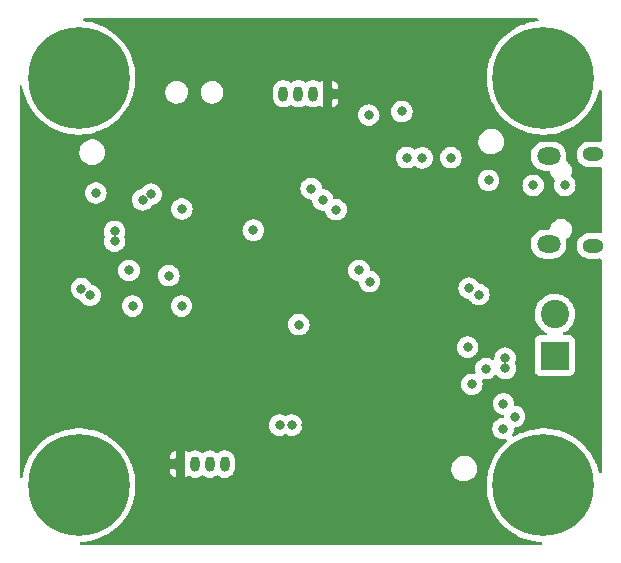
<source format=gbr>
%TF.GenerationSoftware,KiCad,Pcbnew,(6.0.1)*%
%TF.CreationDate,2022-05-18T16:29:04+06:30*%
%TF.ProjectId,STM32_USB_Buck,53544d33-325f-4555-9342-5f4275636b2e,v1.0*%
%TF.SameCoordinates,Original*%
%TF.FileFunction,Copper,L3,Inr*%
%TF.FilePolarity,Positive*%
%FSLAX46Y46*%
G04 Gerber Fmt 4.6, Leading zero omitted, Abs format (unit mm)*
G04 Created by KiCad (PCBNEW (6.0.1)) date 2022-05-18 16:29:04*
%MOMM*%
%LPD*%
G01*
G04 APERTURE LIST*
G04 Aperture macros list*
%AMRoundRect*
0 Rectangle with rounded corners*
0 $1 Rounding radius*
0 $2 $3 $4 $5 $6 $7 $8 $9 X,Y pos of 4 corners*
0 Add a 4 corners polygon primitive as box body*
4,1,4,$2,$3,$4,$5,$6,$7,$8,$9,$2,$3,0*
0 Add four circle primitives for the rounded corners*
1,1,$1+$1,$2,$3*
1,1,$1+$1,$4,$5*
1,1,$1+$1,$6,$7*
1,1,$1+$1,$8,$9*
0 Add four rect primitives between the rounded corners*
20,1,$1+$1,$2,$3,$4,$5,0*
20,1,$1+$1,$4,$5,$6,$7,0*
20,1,$1+$1,$6,$7,$8,$9,0*
20,1,$1+$1,$8,$9,$2,$3,0*%
G04 Aperture macros list end*
%TA.AperFunction,ComponentPad*%
%ADD10C,0.900000*%
%TD*%
%TA.AperFunction,ComponentPad*%
%ADD11C,8.600000*%
%TD*%
%TA.AperFunction,ComponentPad*%
%ADD12RoundRect,0.200000X-0.200000X-0.450000X0.200000X-0.450000X0.200000X0.450000X-0.200000X0.450000X0*%
%TD*%
%TA.AperFunction,ComponentPad*%
%ADD13O,0.800000X1.300000*%
%TD*%
%TA.AperFunction,ComponentPad*%
%ADD14RoundRect,0.200000X0.200000X0.450000X-0.200000X0.450000X-0.200000X-0.450000X0.200000X-0.450000X0*%
%TD*%
%TA.AperFunction,ComponentPad*%
%ADD15R,2.400000X2.400000*%
%TD*%
%TA.AperFunction,ComponentPad*%
%ADD16C,2.400000*%
%TD*%
%TA.AperFunction,ComponentPad*%
%ADD17O,1.800000X1.150000*%
%TD*%
%TA.AperFunction,ComponentPad*%
%ADD18O,2.000000X1.450000*%
%TD*%
%TA.AperFunction,ViaPad*%
%ADD19C,0.800000*%
%TD*%
G04 APERTURE END LIST*
D10*
%TO.N,GND*%
%TO.C,H1*%
X166339019Y-90723219D03*
X161778181Y-86162381D03*
X161778181Y-90723219D03*
X167283600Y-88442800D03*
D11*
X164058600Y-88442800D03*
D10*
X164058600Y-85217800D03*
X164058600Y-91667800D03*
X160833600Y-88442800D03*
X166339019Y-86162381D03*
%TD*%
%TO.N,GND*%
%TO.C,H3*%
X166339019Y-120655581D03*
X164058600Y-119711000D03*
X161778181Y-120655581D03*
D11*
X164058600Y-122936000D03*
D10*
X160833600Y-122936000D03*
X167283600Y-122936000D03*
X166339019Y-125216419D03*
X164058600Y-126161000D03*
X161778181Y-125216419D03*
%TD*%
D12*
%TO.N,+3V3*%
%TO.C,J3*%
X133325000Y-121150000D03*
D13*
%TO.N,USART3_TX*%
X134575000Y-121150000D03*
%TO.N,USART3_RX*%
X135825000Y-121150000D03*
%TO.N,GND*%
X137075000Y-121150000D03*
%TD*%
D14*
%TO.N,+3V3*%
%TO.C,J2*%
X145800000Y-89800000D03*
D13*
%TO.N,I2C1_SCL*%
X144550000Y-89800000D03*
%TO.N,I2C1_SDA*%
X143300000Y-89800000D03*
%TO.N,GND*%
X142050000Y-89800000D03*
%TD*%
D11*
%TO.N,GND*%
%TO.C,H2*%
X124714000Y-122936000D03*
D10*
X124714000Y-126161000D03*
X124714000Y-119711000D03*
X126994419Y-120655581D03*
X121489000Y-122936000D03*
X126994419Y-125216419D03*
X127939000Y-122936000D03*
X122433581Y-120655581D03*
X122433581Y-125216419D03*
%TD*%
D15*
%TO.N,+12V*%
%TO.C,J5*%
X165035000Y-111960600D03*
D16*
%TO.N,GND*%
X165035000Y-108460600D03*
%TD*%
D17*
%TO.N,unconnected-(J4-Pad6)*%
%TO.C,J4*%
X168300000Y-94925000D03*
X168300000Y-102675000D03*
D18*
X164500000Y-102525000D03*
X164500000Y-95075000D03*
%TD*%
D10*
%TO.N,GND*%
%TO.C,H4*%
X122433581Y-86162381D03*
X124714000Y-91667800D03*
X126994419Y-90723219D03*
X124714000Y-85217800D03*
X126994419Y-86162381D03*
D11*
X124714000Y-88442800D03*
D10*
X121489000Y-88442800D03*
X122433581Y-90723219D03*
X127939000Y-88442800D03*
%TD*%
D19*
%TO.N,+3V3*%
X152225000Y-118100000D03*
X148325000Y-118100000D03*
X145825000Y-109450000D03*
X131875000Y-96600000D03*
X153100000Y-118125000D03*
X141900000Y-98800000D03*
X144900000Y-117900000D03*
X143975000Y-117875000D03*
X136750000Y-92725000D03*
X141478000Y-110125000D03*
X145825000Y-91000000D03*
X148325000Y-115125000D03*
X149325000Y-118100000D03*
X151175000Y-95200000D03*
X144650000Y-115650000D03*
X127750000Y-98050000D03*
X146800000Y-110325000D03*
X141200000Y-115000000D03*
X146125000Y-87625000D03*
X142300000Y-88325000D03*
X127350000Y-109100000D03*
X141775000Y-112775000D03*
X129300000Y-100500000D03*
X127325000Y-108250000D03*
X140475000Y-113825000D03*
X134925000Y-110825000D03*
X149300000Y-115100000D03*
%TO.N,GND*%
X145375000Y-98775000D03*
X165875000Y-97550000D03*
X159200000Y-113075000D03*
X130850000Y-98300000D03*
X152475000Y-95200000D03*
X159425000Y-97125000D03*
X160675000Y-116050000D03*
X156225000Y-95200000D03*
X148450000Y-104750000D03*
X133425000Y-107775000D03*
X128975000Y-104750000D03*
X127750000Y-101450000D03*
X161625000Y-117125000D03*
X133450000Y-99550000D03*
X157650000Y-111250000D03*
X125675000Y-106850000D03*
X130125000Y-98775000D03*
X132350000Y-105200000D03*
X160850000Y-113050000D03*
X142748000Y-117856000D03*
X124950000Y-106300000D03*
X153800000Y-95225000D03*
X144400000Y-97825000D03*
X126175000Y-98200000D03*
X163200000Y-97550000D03*
X141732000Y-117856000D03*
X160825000Y-112175000D03*
X157775000Y-106250000D03*
X143350000Y-109350000D03*
X149350000Y-105700000D03*
X158000000Y-114400000D03*
X127750000Y-102275000D03*
X158600000Y-106800000D03*
X129275000Y-107775000D03*
X160650000Y-118150000D03*
%TO.N,Net-(J1-Pad4)*%
X149275000Y-91600000D03*
X152075000Y-91300000D03*
%TO.N,NRST*%
X139500000Y-101350000D03*
X146500000Y-99600000D03*
%TD*%
%TA.AperFunction,Conductor*%
%TO.N,+3V3*%
G36*
X163600389Y-83428002D02*
G01*
X163646882Y-83481658D01*
X163656986Y-83551932D01*
X163627492Y-83616512D01*
X163567766Y-83654896D01*
X163541825Y-83659637D01*
X163480340Y-83664314D01*
X163057849Y-83734636D01*
X162972271Y-83756848D01*
X162646000Y-83841531D01*
X162645989Y-83841534D01*
X162643282Y-83842237D01*
X162385175Y-83934399D01*
X162242564Y-83985320D01*
X162242559Y-83985322D01*
X162239921Y-83986264D01*
X162237381Y-83987435D01*
X162237376Y-83987437D01*
X162189156Y-84009667D01*
X161850961Y-84165577D01*
X161479480Y-84378757D01*
X161477177Y-84380366D01*
X161477170Y-84380371D01*
X161313007Y-84495106D01*
X161128420Y-84624115D01*
X160800561Y-84899709D01*
X160498499Y-85203357D01*
X160224625Y-85532655D01*
X159981108Y-85884994D01*
X159769876Y-86257586D01*
X159592602Y-86647480D01*
X159591680Y-86650106D01*
X159591675Y-86650118D01*
X159552233Y-86762434D01*
X159450689Y-87051590D01*
X159345261Y-87466714D01*
X159277152Y-87889568D01*
X159246902Y-88316801D01*
X159254751Y-88745033D01*
X159300636Y-89170871D01*
X159301182Y-89173617D01*
X159301183Y-89173622D01*
X159334348Y-89340351D01*
X159384194Y-89590944D01*
X159504763Y-90001927D01*
X159505790Y-90004540D01*
X159505790Y-90004541D01*
X159659079Y-90394685D01*
X159661389Y-90400565D01*
X159715512Y-90508882D01*
X159847328Y-90772687D01*
X159852831Y-90783701D01*
X160077574Y-91148302D01*
X160333839Y-91491482D01*
X160335700Y-91493560D01*
X160335701Y-91493561D01*
X160617727Y-91808437D01*
X160617733Y-91808443D01*
X160619595Y-91810522D01*
X160621646Y-91812438D01*
X160621647Y-91812439D01*
X160653133Y-91841852D01*
X160932581Y-92102898D01*
X161270319Y-92366293D01*
X161630133Y-92598622D01*
X161632612Y-92599926D01*
X161632615Y-92599928D01*
X162006677Y-92796732D01*
X162006683Y-92796735D01*
X162009177Y-92798047D01*
X162011775Y-92799131D01*
X162011779Y-92799133D01*
X162401863Y-92961909D01*
X162401868Y-92961911D01*
X162404447Y-92962987D01*
X162407112Y-92963830D01*
X162407118Y-92963832D01*
X162629161Y-93034054D01*
X162812814Y-93092136D01*
X162815544Y-93092739D01*
X162815545Y-93092739D01*
X162941916Y-93120639D01*
X163231046Y-93184473D01*
X163233820Y-93184831D01*
X163233821Y-93184831D01*
X163653060Y-93238909D01*
X163653067Y-93238910D01*
X163655830Y-93239266D01*
X163658617Y-93239376D01*
X163658623Y-93239376D01*
X163906838Y-93249128D01*
X164083803Y-93256081D01*
X164086595Y-93255942D01*
X164086600Y-93255942D01*
X164508772Y-93234925D01*
X164508781Y-93234924D01*
X164511576Y-93234785D01*
X164514353Y-93234397D01*
X164514355Y-93234397D01*
X164588666Y-93224019D01*
X164935763Y-93175547D01*
X165353004Y-93078836D01*
X165614126Y-92993236D01*
X165757344Y-92946287D01*
X165757350Y-92946285D01*
X165759997Y-92945417D01*
X166079704Y-92808060D01*
X166150944Y-92777453D01*
X166150946Y-92777452D01*
X166153518Y-92776347D01*
X166162600Y-92771447D01*
X166262640Y-92717468D01*
X166530452Y-92572964D01*
X166887814Y-92336880D01*
X167222775Y-92069962D01*
X167532682Y-91774325D01*
X167534519Y-91772231D01*
X167534527Y-91772222D01*
X167813235Y-91454416D01*
X167815082Y-91452310D01*
X167841145Y-91416635D01*
X168060310Y-91116635D01*
X168067739Y-91106466D01*
X168069348Y-91103794D01*
X168287201Y-90741942D01*
X168287206Y-90741933D01*
X168288652Y-90739531D01*
X168443395Y-90421556D01*
X168474838Y-90356945D01*
X168474839Y-90356942D01*
X168476071Y-90354411D01*
X168609324Y-90004541D01*
X168627518Y-89956771D01*
X168627520Y-89956764D01*
X168628514Y-89954155D01*
X168737815Y-89566602D01*
X168744731Y-89542081D01*
X168782472Y-89481948D01*
X168846734Y-89451765D01*
X168917112Y-89461115D01*
X168971262Y-89507031D01*
X168992000Y-89576283D01*
X168992000Y-93739709D01*
X168971998Y-93807830D01*
X168918342Y-93854323D01*
X168841850Y-93863373D01*
X168735658Y-93842635D01*
X168735655Y-93842635D01*
X168731212Y-93841767D01*
X168725753Y-93841500D01*
X167923349Y-93841500D01*
X167769183Y-93856209D01*
X167570793Y-93914410D01*
X167565466Y-93917154D01*
X167565465Y-93917154D01*
X167392318Y-94006330D01*
X167392315Y-94006332D01*
X167386987Y-94009076D01*
X167224399Y-94136791D01*
X167088894Y-94292947D01*
X166985362Y-94471908D01*
X166917539Y-94667219D01*
X166916678Y-94673154D01*
X166916678Y-94673156D01*
X166889626Y-94859729D01*
X166887871Y-94871831D01*
X166897431Y-95078361D01*
X166898835Y-95084186D01*
X166898835Y-95084187D01*
X166924294Y-95189824D01*
X166945871Y-95279357D01*
X166948353Y-95284815D01*
X166948354Y-95284819D01*
X166979618Y-95353581D01*
X167031445Y-95467568D01*
X167151065Y-95636201D01*
X167155388Y-95640339D01*
X167155392Y-95640344D01*
X167261429Y-95741852D01*
X167300415Y-95779173D01*
X167305454Y-95782427D01*
X167305457Y-95782429D01*
X167441017Y-95869958D01*
X167474106Y-95891323D01*
X167479669Y-95893565D01*
X167479673Y-95893567D01*
X167660301Y-95966362D01*
X167660304Y-95966363D01*
X167665870Y-95968606D01*
X167761274Y-95987237D01*
X167864342Y-96007365D01*
X167864345Y-96007365D01*
X167868788Y-96008233D01*
X167874247Y-96008500D01*
X168676651Y-96008500D01*
X168830817Y-95993791D01*
X168836566Y-95992104D01*
X168842178Y-95991024D01*
X168912851Y-95997785D01*
X168968650Y-96041683D01*
X168992000Y-96114751D01*
X168992000Y-101489709D01*
X168971998Y-101557830D01*
X168918342Y-101604323D01*
X168841850Y-101613373D01*
X168735658Y-101592635D01*
X168735655Y-101592635D01*
X168731212Y-101591767D01*
X168725753Y-101591500D01*
X167923349Y-101591500D01*
X167769183Y-101606209D01*
X167570793Y-101664410D01*
X167565466Y-101667154D01*
X167565465Y-101667154D01*
X167392318Y-101756330D01*
X167392315Y-101756332D01*
X167386987Y-101759076D01*
X167224399Y-101886791D01*
X167088894Y-102042947D01*
X166985362Y-102221908D01*
X166917539Y-102417219D01*
X166887871Y-102621831D01*
X166897431Y-102828361D01*
X166898835Y-102834186D01*
X166898835Y-102834187D01*
X166920761Y-102925164D01*
X166945871Y-103029357D01*
X166948353Y-103034815D01*
X166948354Y-103034819D01*
X166987832Y-103121645D01*
X167031445Y-103217568D01*
X167151065Y-103386201D01*
X167155388Y-103390339D01*
X167155392Y-103390344D01*
X167226587Y-103458498D01*
X167300415Y-103529173D01*
X167305454Y-103532427D01*
X167305457Y-103532429D01*
X167391126Y-103587744D01*
X167474106Y-103641323D01*
X167479669Y-103643565D01*
X167479673Y-103643567D01*
X167660301Y-103716362D01*
X167660304Y-103716363D01*
X167665870Y-103718606D01*
X167766561Y-103738269D01*
X167864342Y-103757365D01*
X167864345Y-103757365D01*
X167868788Y-103758233D01*
X167874247Y-103758500D01*
X168676651Y-103758500D01*
X168830817Y-103743791D01*
X168836566Y-103742104D01*
X168842178Y-103741024D01*
X168912851Y-103747785D01*
X168968650Y-103791683D01*
X168992000Y-103864751D01*
X168992000Y-121822620D01*
X168971998Y-121890741D01*
X168918342Y-121937234D01*
X168848068Y-121947338D01*
X168783488Y-121917844D01*
X168745104Y-121858118D01*
X168743107Y-121850428D01*
X168701968Y-121668618D01*
X168701968Y-121668617D01*
X168701350Y-121665887D01*
X168659299Y-121535305D01*
X168570918Y-121260856D01*
X168570916Y-121260849D01*
X168570063Y-121258202D01*
X168440061Y-120951191D01*
X168404150Y-120866384D01*
X168404148Y-120866379D01*
X168403056Y-120863801D01*
X168201650Y-120485807D01*
X168182391Y-120456320D01*
X167968981Y-120129573D01*
X167968978Y-120129569D01*
X167967440Y-120127214D01*
X167702280Y-119790860D01*
X167408270Y-119479409D01*
X167406179Y-119477556D01*
X167406171Y-119477548D01*
X167089837Y-119197188D01*
X167089835Y-119197186D01*
X167087737Y-119195327D01*
X166743221Y-118940863D01*
X166514579Y-118801573D01*
X166379837Y-118719487D01*
X166379830Y-118719483D01*
X166377448Y-118718032D01*
X166324361Y-118691852D01*
X166006024Y-118534866D01*
X165993314Y-118528598D01*
X165593862Y-118374062D01*
X165347278Y-118303122D01*
X165184935Y-118256417D01*
X165184929Y-118256415D01*
X165182254Y-118255646D01*
X165179517Y-118255117D01*
X165179511Y-118255115D01*
X165034428Y-118227046D01*
X164761748Y-118174289D01*
X164758974Y-118174005D01*
X164758962Y-118174003D01*
X164475711Y-118144982D01*
X164335676Y-118130634D01*
X164332886Y-118130597D01*
X164332878Y-118130597D01*
X164065425Y-118127096D01*
X163907409Y-118125028D01*
X163904609Y-118125241D01*
X163904608Y-118125241D01*
X163492816Y-118156565D01*
X163480340Y-118157514D01*
X163057849Y-118227836D01*
X162972271Y-118250048D01*
X162646000Y-118334731D01*
X162645989Y-118334734D01*
X162643282Y-118335437D01*
X162468483Y-118397852D01*
X162242564Y-118478520D01*
X162242559Y-118478522D01*
X162239921Y-118479464D01*
X162237381Y-118480635D01*
X162237376Y-118480637D01*
X162119745Y-118534866D01*
X161850961Y-118658777D01*
X161848538Y-118660167D01*
X161848535Y-118660169D01*
X161590212Y-118808412D01*
X161521173Y-118824969D01*
X161454142Y-118801573D01*
X161410401Y-118745651D01*
X161403838Y-118674959D01*
X161418379Y-118636128D01*
X161481223Y-118527279D01*
X161481224Y-118527278D01*
X161484527Y-118521556D01*
X161543542Y-118339928D01*
X161555372Y-118227377D01*
X161563504Y-118150000D01*
X161565541Y-118150214D01*
X161582816Y-118091379D01*
X161636472Y-118044886D01*
X161688814Y-118033500D01*
X161720487Y-118033500D01*
X161726939Y-118032128D01*
X161726944Y-118032128D01*
X161813888Y-118013647D01*
X161907288Y-117993794D01*
X161913319Y-117991109D01*
X162075722Y-117918803D01*
X162075724Y-117918802D01*
X162081752Y-117916118D01*
X162236253Y-117803866D01*
X162364040Y-117661944D01*
X162459527Y-117496556D01*
X162518542Y-117314928D01*
X162522231Y-117279834D01*
X162537814Y-117131565D01*
X162538504Y-117125000D01*
X162524304Y-116989891D01*
X162519232Y-116941635D01*
X162519232Y-116941633D01*
X162518542Y-116935072D01*
X162459527Y-116753444D01*
X162442502Y-116723955D01*
X162367341Y-116593774D01*
X162364040Y-116588056D01*
X162236253Y-116446134D01*
X162081752Y-116333882D01*
X162075724Y-116331198D01*
X162075722Y-116331197D01*
X161913319Y-116258891D01*
X161913318Y-116258891D01*
X161907288Y-116256206D01*
X161813888Y-116236353D01*
X161726944Y-116217872D01*
X161726939Y-116217872D01*
X161720487Y-116216500D01*
X161710942Y-116216500D01*
X161709302Y-116216019D01*
X161707318Y-116215810D01*
X161707356Y-116215447D01*
X161642821Y-116196498D01*
X161596328Y-116142842D01*
X161585632Y-116077331D01*
X161587814Y-116056568D01*
X161587814Y-116056565D01*
X161588504Y-116050000D01*
X161568542Y-115860072D01*
X161509527Y-115678444D01*
X161414040Y-115513056D01*
X161286253Y-115371134D01*
X161131752Y-115258882D01*
X161125724Y-115256198D01*
X161125722Y-115256197D01*
X160963319Y-115183891D01*
X160963318Y-115183891D01*
X160957288Y-115181206D01*
X160863888Y-115161353D01*
X160776944Y-115142872D01*
X160776939Y-115142872D01*
X160770487Y-115141500D01*
X160579513Y-115141500D01*
X160573061Y-115142872D01*
X160573056Y-115142872D01*
X160486112Y-115161353D01*
X160392712Y-115181206D01*
X160386682Y-115183891D01*
X160386681Y-115183891D01*
X160224278Y-115256197D01*
X160224276Y-115256198D01*
X160218248Y-115258882D01*
X160063747Y-115371134D01*
X159935960Y-115513056D01*
X159840473Y-115678444D01*
X159781458Y-115860072D01*
X159761496Y-116050000D01*
X159762186Y-116056565D01*
X159778996Y-116216500D01*
X159781458Y-116239928D01*
X159840473Y-116421556D01*
X159843776Y-116427278D01*
X159843777Y-116427279D01*
X159877686Y-116486010D01*
X159935960Y-116586944D01*
X160063747Y-116728866D01*
X160218248Y-116841118D01*
X160224276Y-116843802D01*
X160224278Y-116843803D01*
X160386681Y-116916109D01*
X160392712Y-116918794D01*
X160469294Y-116935072D01*
X160573056Y-116957128D01*
X160573061Y-116957128D01*
X160579513Y-116958500D01*
X160589058Y-116958500D01*
X160590698Y-116958981D01*
X160592682Y-116959190D01*
X160592644Y-116959553D01*
X160657179Y-116978502D01*
X160703672Y-117032158D01*
X160714368Y-117097669D01*
X160711496Y-117124998D01*
X160709460Y-117124784D01*
X160692184Y-117183621D01*
X160638528Y-117230114D01*
X160586186Y-117241500D01*
X160554513Y-117241500D01*
X160548061Y-117242872D01*
X160548056Y-117242872D01*
X160461113Y-117261353D01*
X160367712Y-117281206D01*
X160361682Y-117283891D01*
X160361681Y-117283891D01*
X160199278Y-117356197D01*
X160199276Y-117356198D01*
X160193248Y-117358882D01*
X160038747Y-117471134D01*
X160034326Y-117476044D01*
X160034325Y-117476045D01*
X160021104Y-117490729D01*
X159910960Y-117613056D01*
X159815473Y-117778444D01*
X159756458Y-117960072D01*
X159755768Y-117966633D01*
X159755768Y-117966635D01*
X159748885Y-118032128D01*
X159736496Y-118150000D01*
X159737186Y-118156565D01*
X159744629Y-118227377D01*
X159756458Y-118339928D01*
X159815473Y-118521556D01*
X159818776Y-118527278D01*
X159818777Y-118527279D01*
X159825399Y-118538749D01*
X159910960Y-118686944D01*
X159915378Y-118691851D01*
X159915379Y-118691852D01*
X159963820Y-118745651D01*
X160038747Y-118828866D01*
X160193248Y-118941118D01*
X160199276Y-118943802D01*
X160199278Y-118943803D01*
X160361681Y-119016109D01*
X160367712Y-119018794D01*
X160441725Y-119034526D01*
X160548056Y-119057128D01*
X160548061Y-119057128D01*
X160554513Y-119058500D01*
X160745487Y-119058500D01*
X160751939Y-119057128D01*
X160751944Y-119057128D01*
X160858275Y-119034526D01*
X160929066Y-119039928D01*
X160985698Y-119082745D01*
X161010192Y-119149382D01*
X160994771Y-119218684D01*
X160965547Y-119254224D01*
X160800561Y-119392909D01*
X160498499Y-119696557D01*
X160224625Y-120025855D01*
X160223031Y-120028162D01*
X160223029Y-120028164D01*
X159987619Y-120368774D01*
X159981108Y-120378194D01*
X159769876Y-120750786D01*
X159592602Y-121140680D01*
X159591680Y-121143306D01*
X159591675Y-121143318D01*
X159587775Y-121154424D01*
X159450689Y-121544790D01*
X159449998Y-121547510D01*
X159449997Y-121547514D01*
X159394694Y-121765271D01*
X159345261Y-121959914D01*
X159277152Y-122382768D01*
X159246902Y-122810001D01*
X159254751Y-123238233D01*
X159300636Y-123664071D01*
X159384194Y-124084144D01*
X159504763Y-124495127D01*
X159505790Y-124497740D01*
X159505790Y-124497741D01*
X159647340Y-124858007D01*
X159661389Y-124893765D01*
X159662644Y-124896276D01*
X159830761Y-125232731D01*
X159852831Y-125276901D01*
X160077574Y-125641502D01*
X160333839Y-125984682D01*
X160335700Y-125986760D01*
X160335701Y-125986761D01*
X160617727Y-126301637D01*
X160617733Y-126301643D01*
X160619595Y-126303722D01*
X160932581Y-126596098D01*
X161270319Y-126859493D01*
X161630133Y-127091822D01*
X161632612Y-127093126D01*
X161632615Y-127093128D01*
X162006677Y-127289932D01*
X162006683Y-127289935D01*
X162009177Y-127291247D01*
X162011775Y-127292331D01*
X162011779Y-127292333D01*
X162401863Y-127455109D01*
X162401868Y-127455111D01*
X162404447Y-127456187D01*
X162407112Y-127457030D01*
X162407118Y-127457032D01*
X162629161Y-127527254D01*
X162812814Y-127585336D01*
X163231046Y-127677673D01*
X163233820Y-127678031D01*
X163233821Y-127678031D01*
X163653060Y-127732109D01*
X163653067Y-127732110D01*
X163655830Y-127732466D01*
X163658617Y-127732576D01*
X163658623Y-127732576D01*
X163850053Y-127740097D01*
X163917336Y-127762758D01*
X163961686Y-127818198D01*
X163969023Y-127888814D01*
X163937018Y-127952187D01*
X163875831Y-127988197D01*
X163845106Y-127992000D01*
X124928762Y-127992000D01*
X124860641Y-127971998D01*
X124814148Y-127918342D01*
X124804044Y-127848068D01*
X124833538Y-127783488D01*
X124893264Y-127745104D01*
X124922497Y-127740156D01*
X125164172Y-127728125D01*
X125164181Y-127728124D01*
X125166976Y-127727985D01*
X125169753Y-127727597D01*
X125169755Y-127727597D01*
X125244066Y-127717219D01*
X125591163Y-127668747D01*
X126008404Y-127572036D01*
X126222307Y-127501915D01*
X126412744Y-127439487D01*
X126412750Y-127439485D01*
X126415397Y-127438617D01*
X126808918Y-127269547D01*
X127185852Y-127066164D01*
X127543214Y-126830080D01*
X127878175Y-126563162D01*
X128188082Y-126267525D01*
X128189919Y-126265431D01*
X128189927Y-126265422D01*
X128468635Y-125947616D01*
X128470482Y-125945510D01*
X128723139Y-125599666D01*
X128857840Y-125375929D01*
X128942601Y-125235142D01*
X128942606Y-125235133D01*
X128944052Y-125232731D01*
X129131471Y-124847611D01*
X129264724Y-124497741D01*
X129282918Y-124449971D01*
X129282920Y-124449964D01*
X129283914Y-124447355D01*
X129400173Y-124035132D01*
X129469433Y-123666822D01*
X129478811Y-123616954D01*
X129478813Y-123616942D01*
X129479327Y-123614207D01*
X129520750Y-123187911D01*
X129525007Y-123025365D01*
X129527289Y-122938234D01*
X129527289Y-122938220D01*
X129527347Y-122936000D01*
X129508291Y-122508121D01*
X129506932Y-122497999D01*
X129476865Y-122274149D01*
X129451275Y-122083630D01*
X129450019Y-122078077D01*
X129357368Y-121668618D01*
X129357368Y-121668617D01*
X129356750Y-121665887D01*
X129352827Y-121653705D01*
X132417001Y-121653705D01*
X132417264Y-121659454D01*
X132423132Y-121723315D01*
X132425743Y-121736351D01*
X132472715Y-121886243D01*
X132478921Y-121899988D01*
X132559824Y-122033574D01*
X132569131Y-122045443D01*
X132679557Y-122155869D01*
X132691426Y-122165176D01*
X132825014Y-122246080D01*
X132838753Y-122252283D01*
X132907715Y-122273894D01*
X132921813Y-122274149D01*
X132925000Y-122267492D01*
X132925000Y-121568115D01*
X132920525Y-121552876D01*
X132919135Y-121551671D01*
X132911452Y-121550000D01*
X132435116Y-121550000D01*
X132419877Y-121554475D01*
X132418672Y-121555865D01*
X132417001Y-121563548D01*
X132417001Y-121653705D01*
X129352827Y-121653705D01*
X129314699Y-121535305D01*
X129286459Y-121447610D01*
X133666500Y-121447610D01*
X133666844Y-121450880D01*
X133677732Y-121554475D01*
X133681458Y-121589928D01*
X133684617Y-121599649D01*
X133718833Y-121704955D01*
X133725000Y-121743892D01*
X133725000Y-122261196D01*
X133728973Y-122274727D01*
X133736277Y-122275777D01*
X133811247Y-122252283D01*
X133824986Y-122246080D01*
X133954578Y-122167596D01*
X134023208Y-122149417D01*
X134093911Y-122173436D01*
X134118248Y-122191118D01*
X134124276Y-122193802D01*
X134124278Y-122193803D01*
X134286681Y-122266109D01*
X134292712Y-122268794D01*
X134386112Y-122288647D01*
X134473056Y-122307128D01*
X134473061Y-122307128D01*
X134479513Y-122308500D01*
X134670487Y-122308500D01*
X134676939Y-122307128D01*
X134676944Y-122307128D01*
X134763888Y-122288647D01*
X134857288Y-122268794D01*
X134863319Y-122266109D01*
X135025722Y-122193803D01*
X135025724Y-122193802D01*
X135031752Y-122191118D01*
X135080618Y-122155615D01*
X135125939Y-122122687D01*
X135192807Y-122098828D01*
X135261958Y-122114909D01*
X135274061Y-122122687D01*
X135319383Y-122155615D01*
X135368248Y-122191118D01*
X135374276Y-122193802D01*
X135374278Y-122193803D01*
X135536681Y-122266109D01*
X135542712Y-122268794D01*
X135636112Y-122288647D01*
X135723056Y-122307128D01*
X135723061Y-122307128D01*
X135729513Y-122308500D01*
X135920487Y-122308500D01*
X135926939Y-122307128D01*
X135926944Y-122307128D01*
X136013888Y-122288647D01*
X136107288Y-122268794D01*
X136113319Y-122266109D01*
X136275722Y-122193803D01*
X136275724Y-122193802D01*
X136281752Y-122191118D01*
X136330618Y-122155615D01*
X136375939Y-122122687D01*
X136442807Y-122098828D01*
X136511958Y-122114909D01*
X136524061Y-122122687D01*
X136569383Y-122155615D01*
X136618248Y-122191118D01*
X136624276Y-122193802D01*
X136624278Y-122193803D01*
X136786681Y-122266109D01*
X136792712Y-122268794D01*
X136886112Y-122288647D01*
X136973056Y-122307128D01*
X136973061Y-122307128D01*
X136979513Y-122308500D01*
X137170487Y-122308500D01*
X137176939Y-122307128D01*
X137176944Y-122307128D01*
X137263888Y-122288647D01*
X137357288Y-122268794D01*
X137363319Y-122266109D01*
X137525722Y-122193803D01*
X137525724Y-122193802D01*
X137531752Y-122191118D01*
X137580618Y-122155615D01*
X137636644Y-122114909D01*
X137686253Y-122078866D01*
X137773660Y-121981791D01*
X137809621Y-121941852D01*
X137809622Y-121941851D01*
X137814040Y-121936944D01*
X137909527Y-121771556D01*
X137968542Y-121589928D01*
X137976890Y-121510503D01*
X156264729Y-121510503D01*
X156277759Y-121709301D01*
X156326799Y-121902397D01*
X156410207Y-122083322D01*
X156525189Y-122246018D01*
X156667894Y-122385035D01*
X156672690Y-122388240D01*
X156672693Y-122388242D01*
X156807496Y-122478314D01*
X156833544Y-122495719D01*
X156838847Y-122497997D01*
X156838850Y-122497999D01*
X156921542Y-122533526D01*
X157016591Y-122574362D01*
X157087896Y-122590497D01*
X157205266Y-122617055D01*
X157205271Y-122617056D01*
X157210903Y-122618330D01*
X157216674Y-122618557D01*
X157216676Y-122618557D01*
X157275511Y-122620869D01*
X157409975Y-122626152D01*
X157509903Y-122611663D01*
X157601418Y-122598395D01*
X157601423Y-122598394D01*
X157607139Y-122597565D01*
X157612611Y-122595707D01*
X157612613Y-122595707D01*
X157790327Y-122535381D01*
X157790329Y-122535380D01*
X157795791Y-122533526D01*
X157969615Y-122436180D01*
X158122788Y-122308788D01*
X158250180Y-122155615D01*
X158347526Y-121981791D01*
X158354014Y-121962680D01*
X158409707Y-121798613D01*
X158409707Y-121798611D01*
X158411565Y-121793139D01*
X158412394Y-121787423D01*
X158412395Y-121787418D01*
X158439619Y-121599649D01*
X158440152Y-121595975D01*
X158441644Y-121539000D01*
X158423415Y-121340610D01*
X158421847Y-121335050D01*
X158370905Y-121154424D01*
X158370904Y-121154422D01*
X158369337Y-121148865D01*
X158364046Y-121138134D01*
X158283777Y-120975366D01*
X158281222Y-120970185D01*
X158267039Y-120951191D01*
X158165473Y-120815179D01*
X158165473Y-120815178D01*
X158162020Y-120810555D01*
X158094724Y-120748347D01*
X158060417Y-120716635D01*
X158015724Y-120675321D01*
X157847234Y-120569011D01*
X157841874Y-120566873D01*
X157841869Y-120566870D01*
X157667556Y-120497327D01*
X157662192Y-120495187D01*
X157656532Y-120494061D01*
X157656528Y-120494060D01*
X157472461Y-120457447D01*
X157472459Y-120457447D01*
X157466794Y-120456320D01*
X157461019Y-120456244D01*
X157461015Y-120456244D01*
X157361480Y-120454941D01*
X157267586Y-120453712D01*
X157261889Y-120454691D01*
X157261888Y-120454691D01*
X157080805Y-120485807D01*
X157071238Y-120487451D01*
X156884327Y-120556406D01*
X156879366Y-120559358D01*
X156879365Y-120559358D01*
X156718079Y-120655313D01*
X156718076Y-120655315D01*
X156713111Y-120658269D01*
X156563326Y-120789627D01*
X156559750Y-120794162D01*
X156559750Y-120794163D01*
X156504852Y-120863801D01*
X156439986Y-120946082D01*
X156347224Y-121122394D01*
X156345512Y-121127908D01*
X156345511Y-121127910D01*
X156305054Y-121258202D01*
X156288145Y-121312658D01*
X156264729Y-121510503D01*
X137976890Y-121510503D01*
X137983500Y-121447610D01*
X137983500Y-120852390D01*
X137974829Y-120769889D01*
X137969232Y-120716635D01*
X137969232Y-120716633D01*
X137968542Y-120710072D01*
X137909527Y-120528444D01*
X137884911Y-120485807D01*
X137843312Y-120413757D01*
X137814040Y-120363056D01*
X137686253Y-120221134D01*
X137531752Y-120108882D01*
X137525724Y-120106198D01*
X137525722Y-120106197D01*
X137363319Y-120033891D01*
X137363318Y-120033891D01*
X137357288Y-120031206D01*
X137263887Y-120011353D01*
X137176944Y-119992872D01*
X137176939Y-119992872D01*
X137170487Y-119991500D01*
X136979513Y-119991500D01*
X136973061Y-119992872D01*
X136973056Y-119992872D01*
X136886113Y-120011353D01*
X136792712Y-120031206D01*
X136786682Y-120033891D01*
X136786681Y-120033891D01*
X136624278Y-120106197D01*
X136624276Y-120106198D01*
X136618248Y-120108882D01*
X136612907Y-120112762D01*
X136612906Y-120112763D01*
X136524061Y-120177313D01*
X136457193Y-120201172D01*
X136388042Y-120185091D01*
X136375939Y-120177313D01*
X136287094Y-120112763D01*
X136287093Y-120112762D01*
X136281752Y-120108882D01*
X136275724Y-120106198D01*
X136275722Y-120106197D01*
X136113319Y-120033891D01*
X136113318Y-120033891D01*
X136107288Y-120031206D01*
X136013887Y-120011353D01*
X135926944Y-119992872D01*
X135926939Y-119992872D01*
X135920487Y-119991500D01*
X135729513Y-119991500D01*
X135723061Y-119992872D01*
X135723056Y-119992872D01*
X135636113Y-120011353D01*
X135542712Y-120031206D01*
X135536682Y-120033891D01*
X135536681Y-120033891D01*
X135374278Y-120106197D01*
X135374276Y-120106198D01*
X135368248Y-120108882D01*
X135362907Y-120112762D01*
X135362906Y-120112763D01*
X135274061Y-120177313D01*
X135207193Y-120201172D01*
X135138042Y-120185091D01*
X135125939Y-120177313D01*
X135037094Y-120112763D01*
X135037093Y-120112762D01*
X135031752Y-120108882D01*
X135025724Y-120106198D01*
X135025722Y-120106197D01*
X134863319Y-120033891D01*
X134863318Y-120033891D01*
X134857288Y-120031206D01*
X134763887Y-120011353D01*
X134676944Y-119992872D01*
X134676939Y-119992872D01*
X134670487Y-119991500D01*
X134479513Y-119991500D01*
X134473061Y-119992872D01*
X134473056Y-119992872D01*
X134386113Y-120011353D01*
X134292712Y-120031206D01*
X134286682Y-120033891D01*
X134286681Y-120033891D01*
X134124278Y-120106197D01*
X134124276Y-120106198D01*
X134118248Y-120108882D01*
X134112907Y-120112762D01*
X134112906Y-120112763D01*
X134093911Y-120126564D01*
X134027044Y-120150422D01*
X133954578Y-120132404D01*
X133824986Y-120053920D01*
X133811247Y-120047717D01*
X133742285Y-120026106D01*
X133728187Y-120025851D01*
X133725000Y-120032508D01*
X133725000Y-120556108D01*
X133718833Y-120595044D01*
X133681458Y-120710072D01*
X133680768Y-120716635D01*
X133680767Y-120716642D01*
X133673497Y-120785820D01*
X133666500Y-120852390D01*
X133666500Y-121447610D01*
X129286459Y-121447610D01*
X129226318Y-121260856D01*
X129226316Y-121260849D01*
X129225463Y-121258202D01*
X129095461Y-120951191D01*
X129059550Y-120866384D01*
X129059548Y-120866379D01*
X129058456Y-120863801D01*
X128988167Y-120731885D01*
X132417000Y-120731885D01*
X132421475Y-120747124D01*
X132422865Y-120748329D01*
X132430548Y-120750000D01*
X132906885Y-120750000D01*
X132922124Y-120745525D01*
X132923329Y-120744135D01*
X132925000Y-120736452D01*
X132925000Y-120038804D01*
X132921027Y-120025273D01*
X132913723Y-120024223D01*
X132838753Y-120047717D01*
X132825014Y-120053920D01*
X132691426Y-120134824D01*
X132679557Y-120144131D01*
X132569131Y-120254557D01*
X132559824Y-120266426D01*
X132478921Y-120400012D01*
X132472715Y-120413757D01*
X132425744Y-120563644D01*
X132423131Y-120576694D01*
X132417266Y-120640521D01*
X132417000Y-120646309D01*
X132417000Y-120731885D01*
X128988167Y-120731885D01*
X128857050Y-120485807D01*
X128837791Y-120456320D01*
X128624381Y-120129573D01*
X128624378Y-120129569D01*
X128622840Y-120127214D01*
X128357680Y-119790860D01*
X128063670Y-119479409D01*
X128061579Y-119477556D01*
X128061571Y-119477548D01*
X127745237Y-119197188D01*
X127745235Y-119197186D01*
X127743137Y-119195327D01*
X127398621Y-118940863D01*
X127169979Y-118801573D01*
X127035237Y-118719487D01*
X127035230Y-118719483D01*
X127032848Y-118718032D01*
X126979761Y-118691852D01*
X126661424Y-118534866D01*
X126648714Y-118528598D01*
X126249262Y-118374062D01*
X126002678Y-118303122D01*
X125840335Y-118256417D01*
X125840329Y-118256415D01*
X125837654Y-118255646D01*
X125834917Y-118255117D01*
X125834911Y-118255115D01*
X125689828Y-118227046D01*
X125417148Y-118174289D01*
X125414374Y-118174005D01*
X125414362Y-118174003D01*
X125131111Y-118144982D01*
X124991076Y-118130634D01*
X124988286Y-118130597D01*
X124988278Y-118130597D01*
X124720825Y-118127096D01*
X124562809Y-118125028D01*
X124560009Y-118125241D01*
X124560008Y-118125241D01*
X124148216Y-118156565D01*
X124135740Y-118157514D01*
X123713249Y-118227836D01*
X123627671Y-118250048D01*
X123301400Y-118334731D01*
X123301389Y-118334734D01*
X123298682Y-118335437D01*
X123123883Y-118397852D01*
X122897964Y-118478520D01*
X122897959Y-118478522D01*
X122895321Y-118479464D01*
X122892781Y-118480635D01*
X122892776Y-118480637D01*
X122775145Y-118534866D01*
X122506361Y-118658777D01*
X122503938Y-118660167D01*
X122503935Y-118660169D01*
X122419422Y-118708668D01*
X122134880Y-118871957D01*
X122132577Y-118873566D01*
X122132570Y-118873571D01*
X121869936Y-119057128D01*
X121783820Y-119117315D01*
X121455961Y-119392909D01*
X121153899Y-119696557D01*
X120880025Y-120025855D01*
X120878431Y-120028162D01*
X120878429Y-120028164D01*
X120643019Y-120368774D01*
X120636508Y-120378194D01*
X120425276Y-120750786D01*
X120248002Y-121140680D01*
X120247080Y-121143306D01*
X120247075Y-121143318D01*
X120243175Y-121154424D01*
X120106089Y-121544790D01*
X120105398Y-121547510D01*
X120105397Y-121547514D01*
X120050094Y-121765271D01*
X120000661Y-121959914D01*
X119967210Y-122167596D01*
X119958397Y-122222310D01*
X119927817Y-122286383D01*
X119867450Y-122323752D01*
X119796464Y-122322552D01*
X119737395Y-122283165D01*
X119708997Y-122218095D01*
X119708000Y-122202273D01*
X119708000Y-117856000D01*
X140818496Y-117856000D01*
X140819186Y-117862565D01*
X140837008Y-118032128D01*
X140838458Y-118045928D01*
X140897473Y-118227556D01*
X140992960Y-118392944D01*
X140997378Y-118397851D01*
X140997379Y-118397852D01*
X141108763Y-118521556D01*
X141120747Y-118534866D01*
X141219843Y-118606864D01*
X141260122Y-118636128D01*
X141275248Y-118647118D01*
X141281276Y-118649802D01*
X141281278Y-118649803D01*
X141431741Y-118716793D01*
X141449712Y-118724794D01*
X141543113Y-118744647D01*
X141630056Y-118763128D01*
X141630061Y-118763128D01*
X141636513Y-118764500D01*
X141827487Y-118764500D01*
X141833939Y-118763128D01*
X141833944Y-118763128D01*
X141920887Y-118744647D01*
X142014288Y-118724794D01*
X142188752Y-118647118D01*
X142259118Y-118637684D01*
X142291247Y-118647118D01*
X142291248Y-118647118D01*
X142465712Y-118724794D01*
X142559113Y-118744647D01*
X142646056Y-118763128D01*
X142646061Y-118763128D01*
X142652513Y-118764500D01*
X142843487Y-118764500D01*
X142849939Y-118763128D01*
X142849944Y-118763128D01*
X142936887Y-118744647D01*
X143030288Y-118724794D01*
X143048259Y-118716793D01*
X143198722Y-118649803D01*
X143198724Y-118649802D01*
X143204752Y-118647118D01*
X143219879Y-118636128D01*
X143260157Y-118606864D01*
X143359253Y-118534866D01*
X143371237Y-118521556D01*
X143482621Y-118397852D01*
X143482622Y-118397851D01*
X143487040Y-118392944D01*
X143582527Y-118227556D01*
X143641542Y-118045928D01*
X143642993Y-118032128D01*
X143660814Y-117862565D01*
X143661504Y-117856000D01*
X143641542Y-117666072D01*
X143582527Y-117484444D01*
X143574843Y-117471134D01*
X143512274Y-117362763D01*
X143487040Y-117319056D01*
X143451725Y-117279834D01*
X143363675Y-117182045D01*
X143363674Y-117182044D01*
X143359253Y-117177134D01*
X143204752Y-117064882D01*
X143198724Y-117062198D01*
X143198722Y-117062197D01*
X143036319Y-116989891D01*
X143036318Y-116989891D01*
X143030288Y-116987206D01*
X142936888Y-116967353D01*
X142849944Y-116948872D01*
X142849939Y-116948872D01*
X142843487Y-116947500D01*
X142652513Y-116947500D01*
X142646061Y-116948872D01*
X142646056Y-116948872D01*
X142559112Y-116967353D01*
X142465712Y-116987206D01*
X142291248Y-117064882D01*
X142220882Y-117074316D01*
X142188753Y-117064882D01*
X142188752Y-117064882D01*
X142014288Y-116987206D01*
X141920888Y-116967353D01*
X141833944Y-116948872D01*
X141833939Y-116948872D01*
X141827487Y-116947500D01*
X141636513Y-116947500D01*
X141630061Y-116948872D01*
X141630056Y-116948872D01*
X141543112Y-116967353D01*
X141449712Y-116987206D01*
X141443682Y-116989891D01*
X141443681Y-116989891D01*
X141281278Y-117062197D01*
X141281276Y-117062198D01*
X141275248Y-117064882D01*
X141120747Y-117177134D01*
X141116326Y-117182044D01*
X141116325Y-117182045D01*
X141028276Y-117279834D01*
X140992960Y-117319056D01*
X140967726Y-117362763D01*
X140905158Y-117471134D01*
X140897473Y-117484444D01*
X140838458Y-117666072D01*
X140818496Y-117856000D01*
X119708000Y-117856000D01*
X119708000Y-114400000D01*
X157086496Y-114400000D01*
X157106458Y-114589928D01*
X157165473Y-114771556D01*
X157260960Y-114936944D01*
X157388747Y-115078866D01*
X157543248Y-115191118D01*
X157549276Y-115193802D01*
X157549278Y-115193803D01*
X157695449Y-115258882D01*
X157717712Y-115268794D01*
X157811113Y-115288647D01*
X157898056Y-115307128D01*
X157898061Y-115307128D01*
X157904513Y-115308500D01*
X158095487Y-115308500D01*
X158101939Y-115307128D01*
X158101944Y-115307128D01*
X158188887Y-115288647D01*
X158282288Y-115268794D01*
X158304551Y-115258882D01*
X158450722Y-115193803D01*
X158450724Y-115193802D01*
X158456752Y-115191118D01*
X158611253Y-115078866D01*
X158739040Y-114936944D01*
X158834527Y-114771556D01*
X158893542Y-114589928D01*
X158913504Y-114400000D01*
X158893542Y-114210072D01*
X158886300Y-114187784D01*
X158866251Y-114126078D01*
X158864224Y-114055110D01*
X158900886Y-113994312D01*
X158964599Y-113962987D01*
X159012281Y-113963896D01*
X159098047Y-113982127D01*
X159098060Y-113982128D01*
X159104513Y-113983500D01*
X159295487Y-113983500D01*
X159301939Y-113982128D01*
X159301944Y-113982128D01*
X159388887Y-113963647D01*
X159482288Y-113943794D01*
X159535358Y-113920166D01*
X159650722Y-113868803D01*
X159650724Y-113868802D01*
X159656752Y-113866118D01*
X159691162Y-113841118D01*
X159712157Y-113825864D01*
X159811253Y-113753866D01*
X159838181Y-113723960D01*
X159939040Y-113611944D01*
X159940184Y-113612974D01*
X159990163Y-113574438D01*
X160060899Y-113568364D01*
X160123690Y-113601498D01*
X160129484Y-113607517D01*
X160238747Y-113728866D01*
X160393248Y-113841118D01*
X160399276Y-113843802D01*
X160399278Y-113843803D01*
X160561681Y-113916109D01*
X160567712Y-113918794D01*
X160661113Y-113938647D01*
X160748056Y-113957128D01*
X160748061Y-113957128D01*
X160754513Y-113958500D01*
X160945487Y-113958500D01*
X160951939Y-113957128D01*
X160951944Y-113957128D01*
X161038888Y-113938647D01*
X161132288Y-113918794D01*
X161138319Y-113916109D01*
X161300722Y-113843803D01*
X161300724Y-113843802D01*
X161306752Y-113841118D01*
X161461253Y-113728866D01*
X161471711Y-113717251D01*
X161584621Y-113591852D01*
X161584622Y-113591851D01*
X161589040Y-113586944D01*
X161684527Y-113421556D01*
X161743542Y-113239928D01*
X161763504Y-113050000D01*
X161762814Y-113043435D01*
X161744232Y-112866635D01*
X161744232Y-112866633D01*
X161743542Y-112860072D01*
X161684527Y-112678444D01*
X161668931Y-112651431D01*
X161652194Y-112582435D01*
X161660633Y-112546915D01*
X161659527Y-112546556D01*
X161716502Y-112371206D01*
X161718542Y-112364928D01*
X161738504Y-112175000D01*
X161718542Y-111985072D01*
X161659527Y-111803444D01*
X161652835Y-111791852D01*
X161567341Y-111643774D01*
X161564040Y-111638056D01*
X161554337Y-111627279D01*
X161440675Y-111501045D01*
X161440674Y-111501044D01*
X161436253Y-111496134D01*
X161281752Y-111383882D01*
X161275724Y-111381198D01*
X161275722Y-111381197D01*
X161113319Y-111308891D01*
X161113318Y-111308891D01*
X161107288Y-111306206D01*
X161013887Y-111286353D01*
X160926944Y-111267872D01*
X160926939Y-111267872D01*
X160920487Y-111266500D01*
X160729513Y-111266500D01*
X160723061Y-111267872D01*
X160723056Y-111267872D01*
X160636113Y-111286353D01*
X160542712Y-111306206D01*
X160536682Y-111308891D01*
X160536681Y-111308891D01*
X160374278Y-111381197D01*
X160374276Y-111381198D01*
X160368248Y-111383882D01*
X160213747Y-111496134D01*
X160209326Y-111501044D01*
X160209325Y-111501045D01*
X160095664Y-111627279D01*
X160085960Y-111638056D01*
X160082659Y-111643774D01*
X159997166Y-111791852D01*
X159990473Y-111803444D01*
X159931458Y-111985072D01*
X159911496Y-112175000D01*
X159912186Y-112181564D01*
X159915366Y-112211818D01*
X159902594Y-112281656D01*
X159854092Y-112333503D01*
X159785260Y-112350898D01*
X159715995Y-112326925D01*
X159662094Y-112287763D01*
X159662093Y-112287762D01*
X159656752Y-112283882D01*
X159650724Y-112281198D01*
X159650722Y-112281197D01*
X159488319Y-112208891D01*
X159488318Y-112208891D01*
X159482288Y-112206206D01*
X159366362Y-112181565D01*
X159301944Y-112167872D01*
X159301939Y-112167872D01*
X159295487Y-112166500D01*
X159104513Y-112166500D01*
X159098061Y-112167872D01*
X159098056Y-112167872D01*
X159033638Y-112181565D01*
X158917712Y-112206206D01*
X158911682Y-112208891D01*
X158911681Y-112208891D01*
X158749278Y-112281197D01*
X158749276Y-112281198D01*
X158743248Y-112283882D01*
X158588747Y-112396134D01*
X158460960Y-112538056D01*
X158365473Y-112703444D01*
X158306458Y-112885072D01*
X158286496Y-113075000D01*
X158287186Y-113081565D01*
X158303141Y-113233365D01*
X158306458Y-113264928D01*
X158308498Y-113271206D01*
X158333749Y-113348922D01*
X158335776Y-113419890D01*
X158299114Y-113480688D01*
X158235401Y-113512013D01*
X158187719Y-113511104D01*
X158101953Y-113492873D01*
X158101940Y-113492872D01*
X158095487Y-113491500D01*
X157904513Y-113491500D01*
X157898061Y-113492872D01*
X157898056Y-113492872D01*
X157812284Y-113511104D01*
X157717712Y-113531206D01*
X157711682Y-113533891D01*
X157711681Y-113533891D01*
X157549278Y-113606197D01*
X157549276Y-113606198D01*
X157543248Y-113608882D01*
X157537907Y-113612762D01*
X157537906Y-113612763D01*
X157487843Y-113649136D01*
X157388747Y-113721134D01*
X157384326Y-113726044D01*
X157384325Y-113726045D01*
X157284208Y-113837237D01*
X157260960Y-113863056D01*
X157165473Y-114028444D01*
X157106458Y-114210072D01*
X157086496Y-114400000D01*
X119708000Y-114400000D01*
X119708000Y-111250000D01*
X156736496Y-111250000D01*
X156756458Y-111439928D01*
X156815473Y-111621556D01*
X156818776Y-111627278D01*
X156818777Y-111627279D01*
X156852686Y-111686010D01*
X156910960Y-111786944D01*
X156915378Y-111791851D01*
X156915379Y-111791852D01*
X156931476Y-111809729D01*
X157038747Y-111928866D01*
X157193248Y-112041118D01*
X157199276Y-112043802D01*
X157199278Y-112043803D01*
X157361681Y-112116109D01*
X157367712Y-112118794D01*
X157461112Y-112138647D01*
X157548056Y-112157128D01*
X157548061Y-112157128D01*
X157554513Y-112158500D01*
X157745487Y-112158500D01*
X157751939Y-112157128D01*
X157751944Y-112157128D01*
X157838888Y-112138647D01*
X157932288Y-112118794D01*
X157938319Y-112116109D01*
X158100722Y-112043803D01*
X158100724Y-112043802D01*
X158106752Y-112041118D01*
X158261253Y-111928866D01*
X158368524Y-111809729D01*
X158384621Y-111791852D01*
X158384622Y-111791851D01*
X158389040Y-111786944D01*
X158447314Y-111686010D01*
X158481223Y-111627279D01*
X158481224Y-111627278D01*
X158484527Y-111621556D01*
X158543542Y-111439928D01*
X158563504Y-111250000D01*
X158543542Y-111060072D01*
X158484527Y-110878444D01*
X158389040Y-110713056D01*
X158339594Y-110658140D01*
X158265675Y-110576045D01*
X158265674Y-110576044D01*
X158261253Y-110571134D01*
X158106752Y-110458882D01*
X158100724Y-110456198D01*
X158100722Y-110456197D01*
X157938319Y-110383891D01*
X157938318Y-110383891D01*
X157932288Y-110381206D01*
X157838887Y-110361353D01*
X157751944Y-110342872D01*
X157751939Y-110342872D01*
X157745487Y-110341500D01*
X157554513Y-110341500D01*
X157548061Y-110342872D01*
X157548056Y-110342872D01*
X157461113Y-110361353D01*
X157367712Y-110381206D01*
X157361682Y-110383891D01*
X157361681Y-110383891D01*
X157199278Y-110456197D01*
X157199276Y-110456198D01*
X157193248Y-110458882D01*
X157038747Y-110571134D01*
X157034326Y-110576044D01*
X157034325Y-110576045D01*
X156960407Y-110658140D01*
X156910960Y-110713056D01*
X156815473Y-110878444D01*
X156756458Y-111060072D01*
X156736496Y-111250000D01*
X119708000Y-111250000D01*
X119708000Y-109350000D01*
X142436496Y-109350000D01*
X142437186Y-109356565D01*
X142451757Y-109495197D01*
X142456458Y-109539928D01*
X142515473Y-109721556D01*
X142610960Y-109886944D01*
X142738747Y-110028866D01*
X142759010Y-110043588D01*
X142858005Y-110115512D01*
X142893248Y-110141118D01*
X142899276Y-110143802D01*
X142899278Y-110143803D01*
X143061681Y-110216109D01*
X143067712Y-110218794D01*
X143161113Y-110238647D01*
X143248056Y-110257128D01*
X143248061Y-110257128D01*
X143254513Y-110258500D01*
X143445487Y-110258500D01*
X143451939Y-110257128D01*
X143451944Y-110257128D01*
X143538887Y-110238647D01*
X143632288Y-110218794D01*
X143638319Y-110216109D01*
X143800722Y-110143803D01*
X143800724Y-110143802D01*
X143806752Y-110141118D01*
X143841996Y-110115512D01*
X143940990Y-110043588D01*
X143961253Y-110028866D01*
X144089040Y-109886944D01*
X144184527Y-109721556D01*
X144243542Y-109539928D01*
X144248244Y-109495197D01*
X144262814Y-109356565D01*
X144263504Y-109350000D01*
X144243542Y-109160072D01*
X144184527Y-108978444D01*
X144089040Y-108813056D01*
X143972388Y-108683500D01*
X143965675Y-108676045D01*
X143965674Y-108676044D01*
X143961253Y-108671134D01*
X143820407Y-108568803D01*
X143812094Y-108562763D01*
X143812093Y-108562762D01*
X143806752Y-108558882D01*
X143800724Y-108556198D01*
X143800722Y-108556197D01*
X143638319Y-108483891D01*
X143638318Y-108483891D01*
X143632288Y-108481206D01*
X143535345Y-108460600D01*
X143451944Y-108442872D01*
X143451939Y-108442872D01*
X143445487Y-108441500D01*
X143254513Y-108441500D01*
X143248061Y-108442872D01*
X143248056Y-108442872D01*
X143164655Y-108460600D01*
X143067712Y-108481206D01*
X143061682Y-108483891D01*
X143061681Y-108483891D01*
X142899278Y-108556197D01*
X142899276Y-108556198D01*
X142893248Y-108558882D01*
X142887907Y-108562762D01*
X142887906Y-108562763D01*
X142879593Y-108568803D01*
X142738747Y-108671134D01*
X142734326Y-108676044D01*
X142734325Y-108676045D01*
X142727613Y-108683500D01*
X142610960Y-108813056D01*
X142515473Y-108978444D01*
X142456458Y-109160072D01*
X142436496Y-109350000D01*
X119708000Y-109350000D01*
X119708000Y-107775000D01*
X128361496Y-107775000D01*
X128362186Y-107781565D01*
X128376894Y-107921500D01*
X128381458Y-107964928D01*
X128440473Y-108146556D01*
X128535960Y-108311944D01*
X128540378Y-108316851D01*
X128540379Y-108316852D01*
X128653848Y-108442872D01*
X128663747Y-108453866D01*
X128673016Y-108460600D01*
X128808289Y-108558882D01*
X128818248Y-108566118D01*
X128824276Y-108568802D01*
X128824278Y-108568803D01*
X128986681Y-108641109D01*
X128992712Y-108643794D01*
X129086112Y-108663647D01*
X129173056Y-108682128D01*
X129173061Y-108682128D01*
X129179513Y-108683500D01*
X129370487Y-108683500D01*
X129376939Y-108682128D01*
X129376944Y-108682128D01*
X129463888Y-108663647D01*
X129557288Y-108643794D01*
X129563319Y-108641109D01*
X129725722Y-108568803D01*
X129725724Y-108568802D01*
X129731752Y-108566118D01*
X129741712Y-108558882D01*
X129876984Y-108460600D01*
X129886253Y-108453866D01*
X129896152Y-108442872D01*
X130009621Y-108316852D01*
X130009622Y-108316851D01*
X130014040Y-108311944D01*
X130109527Y-108146556D01*
X130168542Y-107964928D01*
X130173107Y-107921500D01*
X130187814Y-107781565D01*
X130188504Y-107775000D01*
X132511496Y-107775000D01*
X132512186Y-107781565D01*
X132526894Y-107921500D01*
X132531458Y-107964928D01*
X132590473Y-108146556D01*
X132685960Y-108311944D01*
X132690378Y-108316851D01*
X132690379Y-108316852D01*
X132803848Y-108442872D01*
X132813747Y-108453866D01*
X132823016Y-108460600D01*
X132958289Y-108558882D01*
X132968248Y-108566118D01*
X132974276Y-108568802D01*
X132974278Y-108568803D01*
X133136681Y-108641109D01*
X133142712Y-108643794D01*
X133236112Y-108663647D01*
X133323056Y-108682128D01*
X133323061Y-108682128D01*
X133329513Y-108683500D01*
X133520487Y-108683500D01*
X133526939Y-108682128D01*
X133526944Y-108682128D01*
X133613888Y-108663647D01*
X133707288Y-108643794D01*
X133713319Y-108641109D01*
X133875722Y-108568803D01*
X133875724Y-108568802D01*
X133881752Y-108566118D01*
X133891712Y-108558882D01*
X134026984Y-108460600D01*
X134036253Y-108453866D01*
X134046152Y-108442872D01*
X134070572Y-108415751D01*
X163322296Y-108415751D01*
X163322520Y-108420417D01*
X163322520Y-108420422D01*
X163323891Y-108448955D01*
X163334480Y-108669398D01*
X163384021Y-108918457D01*
X163385600Y-108922855D01*
X163385602Y-108922862D01*
X163430022Y-109046580D01*
X163469831Y-109157458D01*
X163472048Y-109161584D01*
X163576815Y-109356565D01*
X163590025Y-109381151D01*
X163592820Y-109384894D01*
X163592822Y-109384897D01*
X163739171Y-109580882D01*
X163739176Y-109580888D01*
X163741963Y-109584620D01*
X163745272Y-109587900D01*
X163745277Y-109587906D01*
X163843859Y-109685631D01*
X163922307Y-109763397D01*
X163926069Y-109766155D01*
X163926072Y-109766158D01*
X164123323Y-109910788D01*
X164127094Y-109913553D01*
X164131229Y-109915729D01*
X164131233Y-109915731D01*
X164319137Y-110014592D01*
X164370109Y-110064011D01*
X164386272Y-110133144D01*
X164362493Y-110200040D01*
X164306322Y-110243460D01*
X164260469Y-110252100D01*
X163786866Y-110252100D01*
X163724684Y-110258855D01*
X163588295Y-110309985D01*
X163471739Y-110397339D01*
X163384385Y-110513895D01*
X163333255Y-110650284D01*
X163326500Y-110712466D01*
X163326500Y-113208734D01*
X163333255Y-113270916D01*
X163384385Y-113407305D01*
X163471739Y-113523861D01*
X163588295Y-113611215D01*
X163724684Y-113662345D01*
X163786866Y-113669100D01*
X166283134Y-113669100D01*
X166345316Y-113662345D01*
X166481705Y-113611215D01*
X166598261Y-113523861D01*
X166685615Y-113407305D01*
X166736745Y-113270916D01*
X166743500Y-113208734D01*
X166743500Y-110712466D01*
X166736745Y-110650284D01*
X166685615Y-110513895D01*
X166598261Y-110397339D01*
X166481705Y-110309985D01*
X166345316Y-110258855D01*
X166283134Y-110252100D01*
X165805964Y-110252100D01*
X165737843Y-110232098D01*
X165691350Y-110178442D01*
X165681246Y-110108168D01*
X165710740Y-110043588D01*
X165756225Y-110010333D01*
X165826110Y-109980308D01*
X165830090Y-109977845D01*
X165830094Y-109977843D01*
X166038064Y-109849147D01*
X166038066Y-109849145D01*
X166042047Y-109846682D01*
X166140428Y-109763397D01*
X166232289Y-109685631D01*
X166232291Y-109685629D01*
X166235862Y-109682606D01*
X166403295Y-109491684D01*
X166540669Y-109278112D01*
X166644967Y-109046580D01*
X166713896Y-108802175D01*
X166724115Y-108721852D01*
X166745545Y-108553398D01*
X166745545Y-108553392D01*
X166745943Y-108550267D01*
X166748291Y-108460600D01*
X166729472Y-108207359D01*
X166714292Y-108140271D01*
X166674459Y-107964239D01*
X166673428Y-107959682D01*
X166581391Y-107723009D01*
X166578982Y-107718794D01*
X166457702Y-107506597D01*
X166457700Y-107506595D01*
X166455383Y-107502540D01*
X166298171Y-107303117D01*
X166211409Y-107221500D01*
X166116610Y-107132322D01*
X166116608Y-107132320D01*
X166113209Y-107129123D01*
X166069483Y-107098789D01*
X165908393Y-106987037D01*
X165908390Y-106987035D01*
X165904561Y-106984379D01*
X165900384Y-106982319D01*
X165900377Y-106982315D01*
X165680996Y-106874128D01*
X165680992Y-106874127D01*
X165676810Y-106872064D01*
X165434960Y-106794647D01*
X165387661Y-106786944D01*
X165188935Y-106754580D01*
X165188934Y-106754580D01*
X165184323Y-106753829D01*
X165057365Y-106752167D01*
X164935083Y-106750566D01*
X164935080Y-106750566D01*
X164930406Y-106750505D01*
X164678787Y-106784749D01*
X164674301Y-106786057D01*
X164674299Y-106786057D01*
X164648986Y-106793435D01*
X164434993Y-106855808D01*
X164204380Y-106962122D01*
X164200471Y-106964685D01*
X163995928Y-107098789D01*
X163995923Y-107098793D01*
X163992015Y-107101355D01*
X163929527Y-107157128D01*
X163823393Y-107251856D01*
X163802562Y-107270448D01*
X163640183Y-107465687D01*
X163508447Y-107682782D01*
X163506638Y-107687096D01*
X163506637Y-107687098D01*
X163472530Y-107768435D01*
X163410246Y-107916965D01*
X163347738Y-108163090D01*
X163322296Y-108415751D01*
X134070572Y-108415751D01*
X134159621Y-108316852D01*
X134159622Y-108316851D01*
X134164040Y-108311944D01*
X134259527Y-108146556D01*
X134318542Y-107964928D01*
X134323107Y-107921500D01*
X134337814Y-107781565D01*
X134338504Y-107775000D01*
X134331515Y-107708500D01*
X134319232Y-107591635D01*
X134319232Y-107591633D01*
X134318542Y-107585072D01*
X134259527Y-107403444D01*
X134252835Y-107391852D01*
X134201603Y-107303117D01*
X134164040Y-107238056D01*
X134154337Y-107227279D01*
X134040675Y-107101045D01*
X134040674Y-107101044D01*
X134036253Y-107096134D01*
X133937157Y-107024136D01*
X133887094Y-106987763D01*
X133887093Y-106987762D01*
X133881752Y-106983882D01*
X133875724Y-106981198D01*
X133875722Y-106981197D01*
X133713319Y-106908891D01*
X133713318Y-106908891D01*
X133707288Y-106906206D01*
X133613888Y-106886353D01*
X133526944Y-106867872D01*
X133526939Y-106867872D01*
X133520487Y-106866500D01*
X133329513Y-106866500D01*
X133323061Y-106867872D01*
X133323056Y-106867872D01*
X133236113Y-106886353D01*
X133142712Y-106906206D01*
X133136682Y-106908891D01*
X133136681Y-106908891D01*
X132974278Y-106981197D01*
X132974276Y-106981198D01*
X132968248Y-106983882D01*
X132962907Y-106987762D01*
X132962906Y-106987763D01*
X132912843Y-107024136D01*
X132813747Y-107096134D01*
X132809326Y-107101044D01*
X132809325Y-107101045D01*
X132695664Y-107227279D01*
X132685960Y-107238056D01*
X132648397Y-107303117D01*
X132597166Y-107391852D01*
X132590473Y-107403444D01*
X132531458Y-107585072D01*
X132530768Y-107591633D01*
X132530768Y-107591635D01*
X132518485Y-107708500D01*
X132511496Y-107775000D01*
X130188504Y-107775000D01*
X130181515Y-107708500D01*
X130169232Y-107591635D01*
X130169232Y-107591633D01*
X130168542Y-107585072D01*
X130109527Y-107403444D01*
X130102835Y-107391852D01*
X130051603Y-107303117D01*
X130014040Y-107238056D01*
X130004337Y-107227279D01*
X129890675Y-107101045D01*
X129890674Y-107101044D01*
X129886253Y-107096134D01*
X129787157Y-107024136D01*
X129737094Y-106987763D01*
X129737093Y-106987762D01*
X129731752Y-106983882D01*
X129725724Y-106981198D01*
X129725722Y-106981197D01*
X129563319Y-106908891D01*
X129563318Y-106908891D01*
X129557288Y-106906206D01*
X129463888Y-106886353D01*
X129376944Y-106867872D01*
X129376939Y-106867872D01*
X129370487Y-106866500D01*
X129179513Y-106866500D01*
X129173061Y-106867872D01*
X129173056Y-106867872D01*
X129086113Y-106886353D01*
X128992712Y-106906206D01*
X128986682Y-106908891D01*
X128986681Y-106908891D01*
X128824278Y-106981197D01*
X128824276Y-106981198D01*
X128818248Y-106983882D01*
X128812907Y-106987762D01*
X128812906Y-106987763D01*
X128762843Y-107024136D01*
X128663747Y-107096134D01*
X128659326Y-107101044D01*
X128659325Y-107101045D01*
X128545664Y-107227279D01*
X128535960Y-107238056D01*
X128498397Y-107303117D01*
X128447166Y-107391852D01*
X128440473Y-107403444D01*
X128381458Y-107585072D01*
X128380768Y-107591633D01*
X128380768Y-107591635D01*
X128368485Y-107708500D01*
X128361496Y-107775000D01*
X119708000Y-107775000D01*
X119708000Y-106300000D01*
X124036496Y-106300000D01*
X124056458Y-106489928D01*
X124115473Y-106671556D01*
X124210960Y-106836944D01*
X124215378Y-106841851D01*
X124215379Y-106841852D01*
X124323671Y-106962122D01*
X124338747Y-106978866D01*
X124493248Y-107091118D01*
X124499276Y-107093802D01*
X124499278Y-107093803D01*
X124644591Y-107158500D01*
X124667712Y-107168794D01*
X124674167Y-107170166D01*
X124674176Y-107170169D01*
X124775046Y-107191610D01*
X124837519Y-107225338D01*
X124857966Y-107251855D01*
X124935960Y-107386944D01*
X124940378Y-107391851D01*
X124940379Y-107391852D01*
X124956476Y-107409729D01*
X125063747Y-107528866D01*
X125218248Y-107641118D01*
X125224276Y-107643802D01*
X125224278Y-107643803D01*
X125369591Y-107708500D01*
X125392712Y-107718794D01*
X125486112Y-107738647D01*
X125573056Y-107757128D01*
X125573061Y-107757128D01*
X125579513Y-107758500D01*
X125770487Y-107758500D01*
X125776939Y-107757128D01*
X125776944Y-107757128D01*
X125863887Y-107738647D01*
X125957288Y-107718794D01*
X125980409Y-107708500D01*
X126125722Y-107643803D01*
X126125724Y-107643802D01*
X126131752Y-107641118D01*
X126286253Y-107528866D01*
X126393524Y-107409729D01*
X126409621Y-107391852D01*
X126409622Y-107391851D01*
X126414040Y-107386944D01*
X126492033Y-107251856D01*
X126506223Y-107227279D01*
X126506224Y-107227278D01*
X126509527Y-107221556D01*
X126568542Y-107039928D01*
X126574381Y-106984379D01*
X126587814Y-106856565D01*
X126588504Y-106850000D01*
X126582559Y-106793435D01*
X126569232Y-106666635D01*
X126569232Y-106666633D01*
X126568542Y-106660072D01*
X126509527Y-106478444D01*
X126414040Y-106313056D01*
X126408196Y-106306565D01*
X126290675Y-106176045D01*
X126290674Y-106176044D01*
X126286253Y-106171134D01*
X126131752Y-106058882D01*
X126125724Y-106056198D01*
X126125722Y-106056197D01*
X125963319Y-105983891D01*
X125963318Y-105983891D01*
X125957288Y-105981206D01*
X125950833Y-105979834D01*
X125950824Y-105979831D01*
X125849954Y-105958390D01*
X125787481Y-105924662D01*
X125767033Y-105898144D01*
X125762799Y-105890810D01*
X125689040Y-105763056D01*
X125649169Y-105718774D01*
X125565675Y-105626045D01*
X125565674Y-105626044D01*
X125561253Y-105621134D01*
X125406752Y-105508882D01*
X125400724Y-105506198D01*
X125400722Y-105506197D01*
X125238319Y-105433891D01*
X125238318Y-105433891D01*
X125232288Y-105431206D01*
X125138888Y-105411353D01*
X125051944Y-105392872D01*
X125051939Y-105392872D01*
X125045487Y-105391500D01*
X124854513Y-105391500D01*
X124848061Y-105392872D01*
X124848056Y-105392872D01*
X124761113Y-105411353D01*
X124667712Y-105431206D01*
X124661682Y-105433891D01*
X124661681Y-105433891D01*
X124499278Y-105506197D01*
X124499276Y-105506198D01*
X124493248Y-105508882D01*
X124338747Y-105621134D01*
X124334326Y-105626044D01*
X124334325Y-105626045D01*
X124250832Y-105718774D01*
X124210960Y-105763056D01*
X124207659Y-105768774D01*
X124136011Y-105892872D01*
X124115473Y-105928444D01*
X124056458Y-106110072D01*
X124055768Y-106116633D01*
X124055768Y-106116635D01*
X124042441Y-106243435D01*
X124036496Y-106300000D01*
X119708000Y-106300000D01*
X119708000Y-104750000D01*
X128061496Y-104750000D01*
X128081458Y-104939928D01*
X128140473Y-105121556D01*
X128235960Y-105286944D01*
X128240378Y-105291851D01*
X128240379Y-105291852D01*
X128331338Y-105392872D01*
X128363747Y-105428866D01*
X128518248Y-105541118D01*
X128524276Y-105543802D01*
X128524278Y-105543803D01*
X128599467Y-105577279D01*
X128692712Y-105618794D01*
X128786112Y-105638647D01*
X128873056Y-105657128D01*
X128873061Y-105657128D01*
X128879513Y-105658500D01*
X129070487Y-105658500D01*
X129076939Y-105657128D01*
X129076944Y-105657128D01*
X129163888Y-105638647D01*
X129257288Y-105618794D01*
X129350533Y-105577279D01*
X129425722Y-105543803D01*
X129425724Y-105543802D01*
X129431752Y-105541118D01*
X129586253Y-105428866D01*
X129618662Y-105392872D01*
X129709621Y-105291852D01*
X129709622Y-105291851D01*
X129714040Y-105286944D01*
X129764237Y-105200000D01*
X131436496Y-105200000D01*
X131456458Y-105389928D01*
X131515473Y-105571556D01*
X131610960Y-105736944D01*
X131738747Y-105878866D01*
X131893248Y-105991118D01*
X131899276Y-105993802D01*
X131899278Y-105993803D01*
X132045449Y-106058882D01*
X132067712Y-106068794D01*
X132161113Y-106088647D01*
X132248056Y-106107128D01*
X132248061Y-106107128D01*
X132254513Y-106108500D01*
X132445487Y-106108500D01*
X132451939Y-106107128D01*
X132451944Y-106107128D01*
X132538887Y-106088647D01*
X132632288Y-106068794D01*
X132654551Y-106058882D01*
X132800722Y-105993803D01*
X132800724Y-105993802D01*
X132806752Y-105991118D01*
X132961253Y-105878866D01*
X133089040Y-105736944D01*
X133184527Y-105571556D01*
X133243542Y-105389928D01*
X133263504Y-105200000D01*
X133243542Y-105010072D01*
X133184527Y-104828444D01*
X133139237Y-104750000D01*
X147536496Y-104750000D01*
X147556458Y-104939928D01*
X147615473Y-105121556D01*
X147710960Y-105286944D01*
X147715378Y-105291851D01*
X147715379Y-105291852D01*
X147806338Y-105392872D01*
X147838747Y-105428866D01*
X147993248Y-105541118D01*
X147999276Y-105543802D01*
X147999278Y-105543803D01*
X148074467Y-105577279D01*
X148167712Y-105618794D01*
X148286720Y-105644090D01*
X148344364Y-105656343D01*
X148406838Y-105690072D01*
X148441159Y-105752221D01*
X148443477Y-105766419D01*
X148456458Y-105889928D01*
X148515473Y-106071556D01*
X148518776Y-106077278D01*
X148518777Y-106077279D01*
X148536803Y-106108500D01*
X148610960Y-106236944D01*
X148615378Y-106241851D01*
X148615379Y-106241852D01*
X148628627Y-106256565D01*
X148738747Y-106378866D01*
X148893248Y-106491118D01*
X148899276Y-106493802D01*
X148899278Y-106493803D01*
X149061681Y-106566109D01*
X149067712Y-106568794D01*
X149161112Y-106588647D01*
X149248056Y-106607128D01*
X149248061Y-106607128D01*
X149254513Y-106608500D01*
X149445487Y-106608500D01*
X149451939Y-106607128D01*
X149451944Y-106607128D01*
X149538888Y-106588647D01*
X149632288Y-106568794D01*
X149638319Y-106566109D01*
X149800722Y-106493803D01*
X149800724Y-106493802D01*
X149806752Y-106491118D01*
X149961253Y-106378866D01*
X150071373Y-106256565D01*
X150077284Y-106250000D01*
X156861496Y-106250000D01*
X156862186Y-106256565D01*
X156867608Y-106308148D01*
X156881458Y-106439928D01*
X156940473Y-106621556D01*
X157035960Y-106786944D01*
X157040378Y-106791851D01*
X157040379Y-106791852D01*
X157143344Y-106906206D01*
X157163747Y-106928866D01*
X157318248Y-107041118D01*
X157324276Y-107043802D01*
X157324278Y-107043803D01*
X157453543Y-107101355D01*
X157492712Y-107118794D01*
X157586112Y-107138647D01*
X157673056Y-107157128D01*
X157673061Y-107157128D01*
X157679513Y-107158500D01*
X157686115Y-107158500D01*
X157692682Y-107159190D01*
X157692528Y-107160655D01*
X157753310Y-107178502D01*
X157794308Y-107221500D01*
X157796524Y-107225338D01*
X157860960Y-107336944D01*
X157865378Y-107341851D01*
X157865379Y-107341852D01*
X157980479Y-107469684D01*
X157988747Y-107478866D01*
X158057566Y-107528866D01*
X158126286Y-107578794D01*
X158143248Y-107591118D01*
X158149276Y-107593802D01*
X158149278Y-107593803D01*
X158246833Y-107637237D01*
X158317712Y-107668794D01*
X158403825Y-107687098D01*
X158498056Y-107707128D01*
X158498061Y-107707128D01*
X158504513Y-107708500D01*
X158695487Y-107708500D01*
X158701939Y-107707128D01*
X158701944Y-107707128D01*
X158796175Y-107687098D01*
X158882288Y-107668794D01*
X158953167Y-107637237D01*
X159050722Y-107593803D01*
X159050724Y-107593802D01*
X159056752Y-107591118D01*
X159073715Y-107578794D01*
X159142434Y-107528866D01*
X159211253Y-107478866D01*
X159219521Y-107469684D01*
X159334621Y-107341852D01*
X159334622Y-107341851D01*
X159339040Y-107336944D01*
X159434527Y-107171556D01*
X159493542Y-106989928D01*
X159496465Y-106962122D01*
X159512814Y-106806565D01*
X159513504Y-106800000D01*
X159493542Y-106610072D01*
X159434527Y-106428444D01*
X159339040Y-106263056D01*
X159333196Y-106256565D01*
X159215675Y-106126045D01*
X159215674Y-106126044D01*
X159211253Y-106121134D01*
X159056752Y-106008882D01*
X159050724Y-106006198D01*
X159050722Y-106006197D01*
X158888319Y-105933891D01*
X158888318Y-105933891D01*
X158882288Y-105931206D01*
X158788888Y-105911353D01*
X158701944Y-105892872D01*
X158701939Y-105892872D01*
X158695487Y-105891500D01*
X158688885Y-105891500D01*
X158682318Y-105890810D01*
X158682472Y-105889345D01*
X158621690Y-105871498D01*
X158580692Y-105828500D01*
X158544850Y-105766420D01*
X158514040Y-105713056D01*
X158508196Y-105706565D01*
X158390675Y-105576045D01*
X158390674Y-105576044D01*
X158386253Y-105571134D01*
X158231752Y-105458882D01*
X158225724Y-105456198D01*
X158225722Y-105456197D01*
X158063319Y-105383891D01*
X158063318Y-105383891D01*
X158057288Y-105381206D01*
X157963888Y-105361353D01*
X157876944Y-105342872D01*
X157876939Y-105342872D01*
X157870487Y-105341500D01*
X157679513Y-105341500D01*
X157673061Y-105342872D01*
X157673056Y-105342872D01*
X157586112Y-105361353D01*
X157492712Y-105381206D01*
X157486682Y-105383891D01*
X157486681Y-105383891D01*
X157324278Y-105456197D01*
X157324276Y-105456198D01*
X157318248Y-105458882D01*
X157163747Y-105571134D01*
X157159326Y-105576044D01*
X157159325Y-105576045D01*
X157041805Y-105706565D01*
X157035960Y-105713056D01*
X156940473Y-105878444D01*
X156881458Y-106060072D01*
X156861496Y-106250000D01*
X150077284Y-106250000D01*
X150084621Y-106241852D01*
X150084622Y-106241851D01*
X150089040Y-106236944D01*
X150163197Y-106108500D01*
X150181223Y-106077279D01*
X150181224Y-106077278D01*
X150184527Y-106071556D01*
X150243542Y-105889928D01*
X150257393Y-105758148D01*
X150262814Y-105706565D01*
X150263504Y-105700000D01*
X150243542Y-105510072D01*
X150184527Y-105328444D01*
X150089040Y-105163056D01*
X149961253Y-105021134D01*
X149806752Y-104908882D01*
X149800724Y-104906198D01*
X149800722Y-104906197D01*
X149638319Y-104833891D01*
X149638318Y-104833891D01*
X149632288Y-104831206D01*
X149513280Y-104805910D01*
X149455636Y-104793657D01*
X149393162Y-104759928D01*
X149358841Y-104697779D01*
X149356523Y-104683580D01*
X149344232Y-104566635D01*
X149344232Y-104566633D01*
X149343542Y-104560072D01*
X149284527Y-104378444D01*
X149189040Y-104213056D01*
X149061253Y-104071134D01*
X148906752Y-103958882D01*
X148900724Y-103956198D01*
X148900722Y-103956197D01*
X148738319Y-103883891D01*
X148738318Y-103883891D01*
X148732288Y-103881206D01*
X148638887Y-103861353D01*
X148551944Y-103842872D01*
X148551939Y-103842872D01*
X148545487Y-103841500D01*
X148354513Y-103841500D01*
X148348061Y-103842872D01*
X148348056Y-103842872D01*
X148261113Y-103861353D01*
X148167712Y-103881206D01*
X148161682Y-103883891D01*
X148161681Y-103883891D01*
X147999278Y-103956197D01*
X147999276Y-103956198D01*
X147993248Y-103958882D01*
X147838747Y-104071134D01*
X147710960Y-104213056D01*
X147615473Y-104378444D01*
X147556458Y-104560072D01*
X147536496Y-104750000D01*
X133139237Y-104750000D01*
X133089040Y-104663056D01*
X132961253Y-104521134D01*
X132806752Y-104408882D01*
X132800724Y-104406198D01*
X132800722Y-104406197D01*
X132638319Y-104333891D01*
X132638318Y-104333891D01*
X132632288Y-104331206D01*
X132538888Y-104311353D01*
X132451944Y-104292872D01*
X132451939Y-104292872D01*
X132445487Y-104291500D01*
X132254513Y-104291500D01*
X132248061Y-104292872D01*
X132248056Y-104292872D01*
X132161112Y-104311353D01*
X132067712Y-104331206D01*
X132061682Y-104333891D01*
X132061681Y-104333891D01*
X131899278Y-104406197D01*
X131899276Y-104406198D01*
X131893248Y-104408882D01*
X131738747Y-104521134D01*
X131610960Y-104663056D01*
X131515473Y-104828444D01*
X131456458Y-105010072D01*
X131436496Y-105200000D01*
X129764237Y-105200000D01*
X129809527Y-105121556D01*
X129868542Y-104939928D01*
X129888504Y-104750000D01*
X129868542Y-104560072D01*
X129809527Y-104378444D01*
X129714040Y-104213056D01*
X129586253Y-104071134D01*
X129431752Y-103958882D01*
X129425724Y-103956198D01*
X129425722Y-103956197D01*
X129263319Y-103883891D01*
X129263318Y-103883891D01*
X129257288Y-103881206D01*
X129163887Y-103861353D01*
X129076944Y-103842872D01*
X129076939Y-103842872D01*
X129070487Y-103841500D01*
X128879513Y-103841500D01*
X128873061Y-103842872D01*
X128873056Y-103842872D01*
X128786113Y-103861353D01*
X128692712Y-103881206D01*
X128686682Y-103883891D01*
X128686681Y-103883891D01*
X128524278Y-103956197D01*
X128524276Y-103956198D01*
X128518248Y-103958882D01*
X128363747Y-104071134D01*
X128235960Y-104213056D01*
X128140473Y-104378444D01*
X128081458Y-104560072D01*
X128061496Y-104750000D01*
X119708000Y-104750000D01*
X119708000Y-102275000D01*
X126836496Y-102275000D01*
X126837186Y-102281565D01*
X126852068Y-102423156D01*
X126856458Y-102464928D01*
X126915473Y-102646556D01*
X127010960Y-102811944D01*
X127015378Y-102816851D01*
X127015379Y-102816852D01*
X127108278Y-102920027D01*
X127138747Y-102953866D01*
X127293248Y-103066118D01*
X127299276Y-103068802D01*
X127299278Y-103068803D01*
X127461681Y-103141109D01*
X127467712Y-103143794D01*
X127561113Y-103163647D01*
X127648056Y-103182128D01*
X127648061Y-103182128D01*
X127654513Y-103183500D01*
X127845487Y-103183500D01*
X127851939Y-103182128D01*
X127851944Y-103182128D01*
X127938887Y-103163647D01*
X128032288Y-103143794D01*
X128038319Y-103141109D01*
X128200722Y-103068803D01*
X128200724Y-103068802D01*
X128206752Y-103066118D01*
X128361253Y-102953866D01*
X128391722Y-102920027D01*
X128484621Y-102816852D01*
X128484622Y-102816851D01*
X128489040Y-102811944D01*
X128584527Y-102646556D01*
X128611383Y-102563902D01*
X162987125Y-102563902D01*
X163013578Y-102782496D01*
X163078322Y-102992951D01*
X163080894Y-102997934D01*
X163142095Y-103116507D01*
X163179312Y-103188614D01*
X163313354Y-103363301D01*
X163476212Y-103511491D01*
X163662739Y-103628499D01*
X163667948Y-103630593D01*
X163667950Y-103630594D01*
X163762315Y-103668528D01*
X163867038Y-103710627D01*
X163872529Y-103711764D01*
X163872532Y-103711765D01*
X164007789Y-103739775D01*
X164082652Y-103755278D01*
X164087265Y-103755544D01*
X164136707Y-103758395D01*
X164136711Y-103758395D01*
X164138530Y-103758500D01*
X164830866Y-103758500D01*
X164833653Y-103758251D01*
X164833659Y-103758251D01*
X164988730Y-103744411D01*
X164988734Y-103744410D01*
X164994317Y-103743912D01*
X165206702Y-103685811D01*
X165211767Y-103683395D01*
X165211770Y-103683394D01*
X165400385Y-103593429D01*
X165400389Y-103593427D01*
X165405441Y-103591017D01*
X165584252Y-103462528D01*
X165737484Y-103304404D01*
X165799502Y-103212113D01*
X165857163Y-103126305D01*
X165857165Y-103126302D01*
X165860294Y-103121645D01*
X165948798Y-102920027D01*
X165969407Y-102834187D01*
X165998890Y-102711379D01*
X165998890Y-102711378D01*
X166000200Y-102705922D01*
X166012875Y-102486098D01*
X165986422Y-102267504D01*
X165972261Y-102221473D01*
X165971349Y-102150482D01*
X166008962Y-102090268D01*
X166018630Y-102082488D01*
X166155909Y-101982749D01*
X166155911Y-101982747D01*
X166161253Y-101978866D01*
X166229163Y-101903444D01*
X166284621Y-101841852D01*
X166284622Y-101841851D01*
X166289040Y-101836944D01*
X166384527Y-101671556D01*
X166443542Y-101489928D01*
X166446451Y-101462256D01*
X166462814Y-101306565D01*
X166463504Y-101300000D01*
X166443542Y-101110072D01*
X166384527Y-100928444D01*
X166289040Y-100763056D01*
X166195242Y-100658882D01*
X166165675Y-100626045D01*
X166165674Y-100626044D01*
X166161253Y-100621134D01*
X166006752Y-100508882D01*
X166000724Y-100506198D01*
X166000722Y-100506197D01*
X165838319Y-100433891D01*
X165838318Y-100433891D01*
X165832288Y-100431206D01*
X165738887Y-100411353D01*
X165651944Y-100392872D01*
X165651939Y-100392872D01*
X165645487Y-100391500D01*
X165454513Y-100391500D01*
X165448061Y-100392872D01*
X165448056Y-100392872D01*
X165361113Y-100411353D01*
X165267712Y-100431206D01*
X165261682Y-100433891D01*
X165261681Y-100433891D01*
X165099278Y-100506197D01*
X165099276Y-100506198D01*
X165093248Y-100508882D01*
X164938747Y-100621134D01*
X164934326Y-100626044D01*
X164934325Y-100626045D01*
X164904759Y-100658882D01*
X164810960Y-100763056D01*
X164715473Y-100928444D01*
X164713431Y-100934729D01*
X164664693Y-101084729D01*
X164656458Y-101110072D01*
X164655768Y-101116635D01*
X164655768Y-101116636D01*
X164649248Y-101178671D01*
X164622235Y-101244327D01*
X164564013Y-101284957D01*
X164523938Y-101291500D01*
X164169134Y-101291500D01*
X164166347Y-101291749D01*
X164166341Y-101291749D01*
X164011270Y-101305589D01*
X164011266Y-101305590D01*
X164005683Y-101306088D01*
X163793298Y-101364189D01*
X163788233Y-101366605D01*
X163788230Y-101366606D01*
X163599615Y-101456571D01*
X163599611Y-101456573D01*
X163594559Y-101458983D01*
X163415748Y-101587472D01*
X163262516Y-101745596D01*
X163259382Y-101750260D01*
X163156446Y-101903444D01*
X163139706Y-101928355D01*
X163051202Y-102129973D01*
X163049893Y-102135424D01*
X163049892Y-102135428D01*
X163020675Y-102257128D01*
X162999800Y-102344078D01*
X162987125Y-102563902D01*
X128611383Y-102563902D01*
X128643542Y-102464928D01*
X128647933Y-102423156D01*
X128662814Y-102281565D01*
X128663504Y-102275000D01*
X128643542Y-102085072D01*
X128584527Y-101903444D01*
X128586875Y-101902681D01*
X128578925Y-101843381D01*
X128585263Y-101821795D01*
X128584527Y-101821556D01*
X128609208Y-101745596D01*
X128643542Y-101639928D01*
X128646909Y-101607898D01*
X128662814Y-101456565D01*
X128663504Y-101450000D01*
X128652994Y-101350000D01*
X138586496Y-101350000D01*
X138606458Y-101539928D01*
X138665473Y-101721556D01*
X138668776Y-101727278D01*
X138668777Y-101727279D01*
X138682045Y-101750260D01*
X138760960Y-101886944D01*
X138765378Y-101891851D01*
X138765379Y-101891852D01*
X138802873Y-101933493D01*
X138888747Y-102028866D01*
X139043248Y-102141118D01*
X139049276Y-102143802D01*
X139049278Y-102143803D01*
X139211681Y-102216109D01*
X139217712Y-102218794D01*
X139311112Y-102238647D01*
X139398056Y-102257128D01*
X139398061Y-102257128D01*
X139404513Y-102258500D01*
X139595487Y-102258500D01*
X139601939Y-102257128D01*
X139601944Y-102257128D01*
X139688887Y-102238647D01*
X139782288Y-102218794D01*
X139788319Y-102216109D01*
X139950722Y-102143803D01*
X139950724Y-102143802D01*
X139956752Y-102141118D01*
X140111253Y-102028866D01*
X140197127Y-101933493D01*
X140234621Y-101891852D01*
X140234622Y-101891851D01*
X140239040Y-101886944D01*
X140317955Y-101750260D01*
X140331223Y-101727279D01*
X140331224Y-101727278D01*
X140334527Y-101721556D01*
X140393542Y-101539928D01*
X140413504Y-101350000D01*
X140407382Y-101291749D01*
X140394232Y-101166635D01*
X140394232Y-101166633D01*
X140393542Y-101160072D01*
X140334527Y-100978444D01*
X140239040Y-100813056D01*
X140199169Y-100768774D01*
X140115675Y-100676045D01*
X140115674Y-100676044D01*
X140111253Y-100671134D01*
X139956752Y-100558882D01*
X139950724Y-100556198D01*
X139950722Y-100556197D01*
X139788319Y-100483891D01*
X139788318Y-100483891D01*
X139782288Y-100481206D01*
X139688888Y-100461353D01*
X139601944Y-100442872D01*
X139601939Y-100442872D01*
X139595487Y-100441500D01*
X139404513Y-100441500D01*
X139398061Y-100442872D01*
X139398056Y-100442872D01*
X139311112Y-100461353D01*
X139217712Y-100481206D01*
X139211682Y-100483891D01*
X139211681Y-100483891D01*
X139049278Y-100556197D01*
X139049276Y-100556198D01*
X139043248Y-100558882D01*
X138888747Y-100671134D01*
X138884326Y-100676044D01*
X138884325Y-100676045D01*
X138800832Y-100768774D01*
X138760960Y-100813056D01*
X138665473Y-100978444D01*
X138606458Y-101160072D01*
X138605768Y-101166633D01*
X138605768Y-101166635D01*
X138592618Y-101291749D01*
X138586496Y-101350000D01*
X128652994Y-101350000D01*
X128648429Y-101306565D01*
X128644232Y-101266635D01*
X128644232Y-101266633D01*
X128643542Y-101260072D01*
X128584527Y-101078444D01*
X128489040Y-100913056D01*
X128361253Y-100771134D01*
X128230375Y-100676045D01*
X128212094Y-100662763D01*
X128212093Y-100662762D01*
X128206752Y-100658882D01*
X128200724Y-100656198D01*
X128200722Y-100656197D01*
X128038319Y-100583891D01*
X128038318Y-100583891D01*
X128032288Y-100581206D01*
X127938888Y-100561353D01*
X127851944Y-100542872D01*
X127851939Y-100542872D01*
X127845487Y-100541500D01*
X127654513Y-100541500D01*
X127648061Y-100542872D01*
X127648056Y-100542872D01*
X127561112Y-100561353D01*
X127467712Y-100581206D01*
X127461682Y-100583891D01*
X127461681Y-100583891D01*
X127299278Y-100656197D01*
X127299276Y-100656198D01*
X127293248Y-100658882D01*
X127287907Y-100662762D01*
X127287906Y-100662763D01*
X127269625Y-100676045D01*
X127138747Y-100771134D01*
X127010960Y-100913056D01*
X126915473Y-101078444D01*
X126856458Y-101260072D01*
X126855768Y-101266633D01*
X126855768Y-101266635D01*
X126851571Y-101306565D01*
X126836496Y-101450000D01*
X126837186Y-101456565D01*
X126853092Y-101607898D01*
X126856458Y-101639928D01*
X126890792Y-101745596D01*
X126915473Y-101821556D01*
X126913125Y-101822319D01*
X126921075Y-101881619D01*
X126914737Y-101903205D01*
X126915473Y-101903444D01*
X126856458Y-102085072D01*
X126836496Y-102275000D01*
X119708000Y-102275000D01*
X119708000Y-98200000D01*
X125261496Y-98200000D01*
X125262186Y-98206565D01*
X125279033Y-98366852D01*
X125281458Y-98389928D01*
X125340473Y-98571556D01*
X125343776Y-98577278D01*
X125343777Y-98577279D01*
X125405330Y-98683891D01*
X125435960Y-98736944D01*
X125440378Y-98741851D01*
X125440379Y-98741852D01*
X125499181Y-98807158D01*
X125563747Y-98878866D01*
X125616579Y-98917251D01*
X125701385Y-98978866D01*
X125718248Y-98991118D01*
X125724276Y-98993802D01*
X125724278Y-98993803D01*
X125879824Y-99063056D01*
X125892712Y-99068794D01*
X125979479Y-99087237D01*
X126073056Y-99107128D01*
X126073061Y-99107128D01*
X126079513Y-99108500D01*
X126270487Y-99108500D01*
X126276939Y-99107128D01*
X126276944Y-99107128D01*
X126370521Y-99087237D01*
X126457288Y-99068794D01*
X126470176Y-99063056D01*
X126625722Y-98993803D01*
X126625724Y-98993802D01*
X126631752Y-98991118D01*
X126648616Y-98978866D01*
X126733421Y-98917251D01*
X126786253Y-98878866D01*
X126850819Y-98807158D01*
X126879774Y-98775000D01*
X129211496Y-98775000D01*
X129212186Y-98781565D01*
X129217406Y-98831226D01*
X129231458Y-98964928D01*
X129290473Y-99146556D01*
X129293776Y-99152278D01*
X129293777Y-99152279D01*
X129312512Y-99184729D01*
X129385960Y-99311944D01*
X129390378Y-99316851D01*
X129390379Y-99316852D01*
X129435204Y-99366635D01*
X129513747Y-99453866D01*
X129612843Y-99525864D01*
X129646064Y-99550000D01*
X129668248Y-99566118D01*
X129674276Y-99568802D01*
X129674278Y-99568803D01*
X129836681Y-99641109D01*
X129842712Y-99643794D01*
X129936113Y-99663647D01*
X130023056Y-99682128D01*
X130023061Y-99682128D01*
X130029513Y-99683500D01*
X130220487Y-99683500D01*
X130226939Y-99682128D01*
X130226944Y-99682128D01*
X130313888Y-99663647D01*
X130407288Y-99643794D01*
X130413319Y-99641109D01*
X130575722Y-99568803D01*
X130575724Y-99568802D01*
X130581752Y-99566118D01*
X130603937Y-99550000D01*
X132536496Y-99550000D01*
X132556458Y-99739928D01*
X132615473Y-99921556D01*
X132710960Y-100086944D01*
X132715378Y-100091851D01*
X132715379Y-100091852D01*
X132755980Y-100136944D01*
X132838747Y-100228866D01*
X132993248Y-100341118D01*
X132999276Y-100343802D01*
X132999278Y-100343803D01*
X133096833Y-100387237D01*
X133167712Y-100418794D01*
X133261112Y-100438647D01*
X133348056Y-100457128D01*
X133348061Y-100457128D01*
X133354513Y-100458500D01*
X133545487Y-100458500D01*
X133551939Y-100457128D01*
X133551944Y-100457128D01*
X133638887Y-100438647D01*
X133732288Y-100418794D01*
X133803167Y-100387237D01*
X133900722Y-100343803D01*
X133900724Y-100343802D01*
X133906752Y-100341118D01*
X134061253Y-100228866D01*
X134144020Y-100136944D01*
X134184621Y-100091852D01*
X134184622Y-100091851D01*
X134189040Y-100086944D01*
X134284527Y-99921556D01*
X134343542Y-99739928D01*
X134363504Y-99550000D01*
X134343542Y-99360072D01*
X134284527Y-99178444D01*
X134277406Y-99166109D01*
X134234109Y-99091118D01*
X134189040Y-99013056D01*
X134165793Y-98987237D01*
X134065675Y-98876045D01*
X134065674Y-98876044D01*
X134061253Y-98871134D01*
X133937972Y-98781565D01*
X133912094Y-98762763D01*
X133912093Y-98762762D01*
X133906752Y-98758882D01*
X133900724Y-98756198D01*
X133900722Y-98756197D01*
X133738319Y-98683891D01*
X133738318Y-98683891D01*
X133732288Y-98681206D01*
X133638888Y-98661353D01*
X133551944Y-98642872D01*
X133551939Y-98642872D01*
X133545487Y-98641500D01*
X133354513Y-98641500D01*
X133348061Y-98642872D01*
X133348056Y-98642872D01*
X133261112Y-98661353D01*
X133167712Y-98681206D01*
X133161682Y-98683891D01*
X133161681Y-98683891D01*
X132999278Y-98756197D01*
X132999276Y-98756198D01*
X132993248Y-98758882D01*
X132987907Y-98762762D01*
X132987906Y-98762763D01*
X132962028Y-98781565D01*
X132838747Y-98871134D01*
X132834326Y-98876044D01*
X132834325Y-98876045D01*
X132734208Y-98987237D01*
X132710960Y-99013056D01*
X132665891Y-99091118D01*
X132622595Y-99166109D01*
X132615473Y-99178444D01*
X132556458Y-99360072D01*
X132536496Y-99550000D01*
X130603937Y-99550000D01*
X130637157Y-99525864D01*
X130736253Y-99453866D01*
X130814796Y-99366635D01*
X130859621Y-99316852D01*
X130859622Y-99316851D01*
X130864040Y-99311944D01*
X130892675Y-99262347D01*
X130944058Y-99213354D01*
X130975597Y-99202100D01*
X131004132Y-99196034D01*
X131132288Y-99168794D01*
X131138319Y-99166109D01*
X131300722Y-99093803D01*
X131300724Y-99093802D01*
X131306752Y-99091118D01*
X131461253Y-98978866D01*
X131551293Y-98878866D01*
X131584621Y-98841852D01*
X131584622Y-98841851D01*
X131589040Y-98836944D01*
X131650880Y-98729834D01*
X131681223Y-98677279D01*
X131681224Y-98677278D01*
X131684527Y-98671556D01*
X131743542Y-98489928D01*
X131746990Y-98457128D01*
X131762814Y-98306565D01*
X131763504Y-98300000D01*
X131762814Y-98293435D01*
X131744232Y-98116635D01*
X131744232Y-98116633D01*
X131743542Y-98110072D01*
X131684527Y-97928444D01*
X131624803Y-97825000D01*
X143486496Y-97825000D01*
X143487186Y-97831565D01*
X143503955Y-97991109D01*
X143506458Y-98014928D01*
X143565473Y-98196556D01*
X143660960Y-98361944D01*
X143665378Y-98366851D01*
X143665379Y-98366852D01*
X143693174Y-98397721D01*
X143788747Y-98503866D01*
X143943248Y-98616118D01*
X143949276Y-98618802D01*
X143949278Y-98618803D01*
X144095469Y-98683891D01*
X144117712Y-98693794D01*
X144211113Y-98713647D01*
X144298056Y-98732128D01*
X144298061Y-98732128D01*
X144304513Y-98733500D01*
X144343683Y-98733500D01*
X144411804Y-98753502D01*
X144458297Y-98807158D01*
X144468993Y-98846330D01*
X144481458Y-98964928D01*
X144540473Y-99146556D01*
X144543776Y-99152278D01*
X144543777Y-99152279D01*
X144562512Y-99184729D01*
X144635960Y-99311944D01*
X144640378Y-99316851D01*
X144640379Y-99316852D01*
X144685204Y-99366635D01*
X144763747Y-99453866D01*
X144862843Y-99525864D01*
X144896064Y-99550000D01*
X144918248Y-99566118D01*
X144924276Y-99568802D01*
X144924278Y-99568803D01*
X145086681Y-99641109D01*
X145092712Y-99643794D01*
X145186113Y-99663647D01*
X145273056Y-99682128D01*
X145273061Y-99682128D01*
X145279513Y-99683500D01*
X145470487Y-99683500D01*
X145471215Y-99683345D01*
X145538913Y-99695726D01*
X145590760Y-99744227D01*
X145605492Y-99782065D01*
X145605768Y-99783364D01*
X145606458Y-99789928D01*
X145665473Y-99971556D01*
X145760960Y-100136944D01*
X145888747Y-100278866D01*
X146043248Y-100391118D01*
X146049276Y-100393802D01*
X146049278Y-100393803D01*
X146194591Y-100458500D01*
X146217712Y-100468794D01*
X146311113Y-100488647D01*
X146398056Y-100507128D01*
X146398061Y-100507128D01*
X146404513Y-100508500D01*
X146595487Y-100508500D01*
X146601939Y-100507128D01*
X146601944Y-100507128D01*
X146688888Y-100488647D01*
X146782288Y-100468794D01*
X146805409Y-100458500D01*
X146950722Y-100393803D01*
X146950724Y-100393802D01*
X146956752Y-100391118D01*
X147111253Y-100278866D01*
X147239040Y-100136944D01*
X147334527Y-99971556D01*
X147393542Y-99789928D01*
X147394369Y-99782065D01*
X147412814Y-99606565D01*
X147413504Y-99600000D01*
X147393542Y-99410072D01*
X147334527Y-99228444D01*
X147239040Y-99063056D01*
X147199169Y-99018774D01*
X147115675Y-98926045D01*
X147115674Y-98926044D01*
X147111253Y-98921134D01*
X146956752Y-98808882D01*
X146950724Y-98806198D01*
X146950722Y-98806197D01*
X146788319Y-98733891D01*
X146788318Y-98733891D01*
X146782288Y-98731206D01*
X146688888Y-98711353D01*
X146601944Y-98692872D01*
X146601939Y-98692872D01*
X146595487Y-98691500D01*
X146404513Y-98691500D01*
X146403785Y-98691655D01*
X146336087Y-98679274D01*
X146284240Y-98630773D01*
X146269508Y-98592935D01*
X146269232Y-98591635D01*
X146268542Y-98585072D01*
X146264151Y-98571556D01*
X146214960Y-98420166D01*
X146209527Y-98403444D01*
X146114040Y-98238056D01*
X146101344Y-98223955D01*
X145990675Y-98101045D01*
X145990674Y-98101044D01*
X145986253Y-98096134D01*
X145883124Y-98021206D01*
X145837094Y-97987763D01*
X145837093Y-97987762D01*
X145831752Y-97983882D01*
X145825724Y-97981198D01*
X145825722Y-97981197D01*
X145663319Y-97908891D01*
X145663318Y-97908891D01*
X145657288Y-97906206D01*
X145563888Y-97886353D01*
X145476944Y-97867872D01*
X145476939Y-97867872D01*
X145470487Y-97866500D01*
X145431317Y-97866500D01*
X145363196Y-97846498D01*
X145316703Y-97792842D01*
X145306007Y-97753670D01*
X145294232Y-97641635D01*
X145294232Y-97641633D01*
X145293542Y-97635072D01*
X145234527Y-97453444D01*
X145139040Y-97288056D01*
X145011253Y-97146134D01*
X144982165Y-97125000D01*
X158511496Y-97125000D01*
X158512186Y-97131565D01*
X158529235Y-97293774D01*
X158531458Y-97314928D01*
X158590473Y-97496556D01*
X158593776Y-97502278D01*
X158593777Y-97502279D01*
X158617539Y-97543435D01*
X158685960Y-97661944D01*
X158690378Y-97666851D01*
X158690379Y-97666852D01*
X158782150Y-97768774D01*
X158813747Y-97803866D01*
X158968248Y-97916118D01*
X158974276Y-97918802D01*
X158974278Y-97918803D01*
X159120449Y-97983882D01*
X159142712Y-97993794D01*
X159211263Y-98008365D01*
X159323056Y-98032128D01*
X159323061Y-98032128D01*
X159329513Y-98033500D01*
X159520487Y-98033500D01*
X159526939Y-98032128D01*
X159526944Y-98032128D01*
X159638737Y-98008365D01*
X159707288Y-97993794D01*
X159729551Y-97983882D01*
X159875722Y-97918803D01*
X159875724Y-97918802D01*
X159881752Y-97916118D01*
X160036253Y-97803866D01*
X160067850Y-97768774D01*
X160159621Y-97666852D01*
X160159622Y-97666851D01*
X160164040Y-97661944D01*
X160228671Y-97550000D01*
X162286496Y-97550000D01*
X162287186Y-97556565D01*
X162298980Y-97668774D01*
X162306458Y-97739928D01*
X162365473Y-97921556D01*
X162460960Y-98086944D01*
X162465378Y-98091851D01*
X162465379Y-98091852D01*
X162487694Y-98116635D01*
X162588747Y-98228866D01*
X162743248Y-98341118D01*
X162749276Y-98343802D01*
X162749278Y-98343803D01*
X162911681Y-98416109D01*
X162917712Y-98418794D01*
X163011112Y-98438647D01*
X163098056Y-98457128D01*
X163098061Y-98457128D01*
X163104513Y-98458500D01*
X163295487Y-98458500D01*
X163301939Y-98457128D01*
X163301944Y-98457128D01*
X163388887Y-98438647D01*
X163482288Y-98418794D01*
X163488319Y-98416109D01*
X163650722Y-98343803D01*
X163650724Y-98343802D01*
X163656752Y-98341118D01*
X163811253Y-98228866D01*
X163912306Y-98116635D01*
X163934621Y-98091852D01*
X163934622Y-98091851D01*
X163939040Y-98086944D01*
X164034527Y-97921556D01*
X164093542Y-97739928D01*
X164101021Y-97668774D01*
X164112814Y-97556565D01*
X164113504Y-97550000D01*
X164101301Y-97433891D01*
X164094232Y-97366635D01*
X164094232Y-97366633D01*
X164093542Y-97360072D01*
X164034527Y-97178444D01*
X163939040Y-97013056D01*
X163903834Y-96973955D01*
X163815675Y-96876045D01*
X163815674Y-96876044D01*
X163811253Y-96871134D01*
X163656752Y-96758882D01*
X163650724Y-96756198D01*
X163650722Y-96756197D01*
X163488319Y-96683891D01*
X163488318Y-96683891D01*
X163482288Y-96681206D01*
X163388888Y-96661353D01*
X163301944Y-96642872D01*
X163301939Y-96642872D01*
X163295487Y-96641500D01*
X163104513Y-96641500D01*
X163098061Y-96642872D01*
X163098056Y-96642872D01*
X163011112Y-96661353D01*
X162917712Y-96681206D01*
X162911682Y-96683891D01*
X162911681Y-96683891D01*
X162749278Y-96756197D01*
X162749276Y-96756198D01*
X162743248Y-96758882D01*
X162588747Y-96871134D01*
X162584326Y-96876044D01*
X162584325Y-96876045D01*
X162496167Y-96973955D01*
X162460960Y-97013056D01*
X162365473Y-97178444D01*
X162306458Y-97360072D01*
X162305768Y-97366633D01*
X162305768Y-97366635D01*
X162298699Y-97433891D01*
X162286496Y-97550000D01*
X160228671Y-97550000D01*
X160232461Y-97543435D01*
X160256223Y-97502279D01*
X160256224Y-97502278D01*
X160259527Y-97496556D01*
X160318542Y-97314928D01*
X160320766Y-97293774D01*
X160337814Y-97131565D01*
X160338504Y-97125000D01*
X160328645Y-97031197D01*
X160319232Y-96941635D01*
X160319232Y-96941633D01*
X160318542Y-96935072D01*
X160259527Y-96753444D01*
X160164040Y-96588056D01*
X160036253Y-96446134D01*
X159881752Y-96333882D01*
X159875724Y-96331198D01*
X159875722Y-96331197D01*
X159713319Y-96258891D01*
X159713318Y-96258891D01*
X159707288Y-96256206D01*
X159613888Y-96236353D01*
X159526944Y-96217872D01*
X159526939Y-96217872D01*
X159520487Y-96216500D01*
X159329513Y-96216500D01*
X159323061Y-96217872D01*
X159323056Y-96217872D01*
X159236112Y-96236353D01*
X159142712Y-96256206D01*
X159136682Y-96258891D01*
X159136681Y-96258891D01*
X158974278Y-96331197D01*
X158974276Y-96331198D01*
X158968248Y-96333882D01*
X158813747Y-96446134D01*
X158685960Y-96588056D01*
X158590473Y-96753444D01*
X158531458Y-96935072D01*
X158530768Y-96941633D01*
X158530768Y-96941635D01*
X158521355Y-97031197D01*
X158511496Y-97125000D01*
X144982165Y-97125000D01*
X144856752Y-97033882D01*
X144850724Y-97031198D01*
X144850722Y-97031197D01*
X144688319Y-96958891D01*
X144688318Y-96958891D01*
X144682288Y-96956206D01*
X144582861Y-96935072D01*
X144501944Y-96917872D01*
X144501939Y-96917872D01*
X144495487Y-96916500D01*
X144304513Y-96916500D01*
X144298061Y-96917872D01*
X144298056Y-96917872D01*
X144217139Y-96935072D01*
X144117712Y-96956206D01*
X144111682Y-96958891D01*
X144111681Y-96958891D01*
X143949278Y-97031197D01*
X143949276Y-97031198D01*
X143943248Y-97033882D01*
X143788747Y-97146134D01*
X143660960Y-97288056D01*
X143565473Y-97453444D01*
X143506458Y-97635072D01*
X143505768Y-97641633D01*
X143505768Y-97641635D01*
X143489876Y-97792842D01*
X143486496Y-97825000D01*
X131624803Y-97825000D01*
X131589040Y-97763056D01*
X131568216Y-97739928D01*
X131465675Y-97626045D01*
X131465674Y-97626044D01*
X131461253Y-97621134D01*
X131330375Y-97526045D01*
X131312094Y-97512763D01*
X131312093Y-97512762D01*
X131306752Y-97508882D01*
X131300724Y-97506198D01*
X131300722Y-97506197D01*
X131138319Y-97433891D01*
X131138318Y-97433891D01*
X131132288Y-97431206D01*
X131038887Y-97411353D01*
X130951944Y-97392872D01*
X130951939Y-97392872D01*
X130945487Y-97391500D01*
X130754513Y-97391500D01*
X130748061Y-97392872D01*
X130748056Y-97392872D01*
X130661113Y-97411353D01*
X130567712Y-97431206D01*
X130561682Y-97433891D01*
X130561681Y-97433891D01*
X130399278Y-97506197D01*
X130399276Y-97506198D01*
X130393248Y-97508882D01*
X130387907Y-97512762D01*
X130387906Y-97512763D01*
X130369625Y-97526045D01*
X130238747Y-97621134D01*
X130234326Y-97626044D01*
X130234325Y-97626045D01*
X130131785Y-97739928D01*
X130110960Y-97763056D01*
X130107659Y-97768774D01*
X130082325Y-97812653D01*
X130030942Y-97861646D01*
X129999403Y-97872900D01*
X129970868Y-97878966D01*
X129842712Y-97906206D01*
X129836682Y-97908891D01*
X129836681Y-97908891D01*
X129674278Y-97981197D01*
X129674276Y-97981198D01*
X129668248Y-97983882D01*
X129662907Y-97987762D01*
X129662906Y-97987763D01*
X129616876Y-98021206D01*
X129513747Y-98096134D01*
X129509326Y-98101044D01*
X129509325Y-98101045D01*
X129398657Y-98223955D01*
X129385960Y-98238056D01*
X129290473Y-98403444D01*
X129231458Y-98585072D01*
X129230768Y-98591633D01*
X129230768Y-98591635D01*
X129213472Y-98756197D01*
X129211496Y-98775000D01*
X126879774Y-98775000D01*
X126909621Y-98741852D01*
X126909622Y-98741851D01*
X126914040Y-98736944D01*
X126944670Y-98683891D01*
X127006223Y-98577279D01*
X127006224Y-98577278D01*
X127009527Y-98571556D01*
X127068542Y-98389928D01*
X127070968Y-98366852D01*
X127087814Y-98206565D01*
X127088504Y-98200000D01*
X127079052Y-98110072D01*
X127069232Y-98016635D01*
X127069232Y-98016633D01*
X127068542Y-98010072D01*
X127009527Y-97828444D01*
X126992502Y-97798955D01*
X126971775Y-97763056D01*
X126914040Y-97663056D01*
X126894753Y-97641635D01*
X126790675Y-97526045D01*
X126790674Y-97526044D01*
X126786253Y-97521134D01*
X126631752Y-97408882D01*
X126625724Y-97406198D01*
X126625722Y-97406197D01*
X126463319Y-97333891D01*
X126463318Y-97333891D01*
X126457288Y-97331206D01*
X126363887Y-97311353D01*
X126276944Y-97292872D01*
X126276939Y-97292872D01*
X126270487Y-97291500D01*
X126079513Y-97291500D01*
X126073061Y-97292872D01*
X126073056Y-97292872D01*
X125986112Y-97311353D01*
X125892712Y-97331206D01*
X125886682Y-97333891D01*
X125886681Y-97333891D01*
X125724278Y-97406197D01*
X125724276Y-97406198D01*
X125718248Y-97408882D01*
X125563747Y-97521134D01*
X125559326Y-97526044D01*
X125559325Y-97526045D01*
X125455248Y-97641635D01*
X125435960Y-97663056D01*
X125378225Y-97763056D01*
X125357499Y-97798955D01*
X125340473Y-97828444D01*
X125281458Y-98010072D01*
X125280768Y-98016633D01*
X125280768Y-98016635D01*
X125270948Y-98110072D01*
X125261496Y-98200000D01*
X119708000Y-98200000D01*
X119708000Y-94713503D01*
X124768729Y-94713503D01*
X124781759Y-94912301D01*
X124830799Y-95105397D01*
X124914207Y-95286322D01*
X125029189Y-95449018D01*
X125171894Y-95588035D01*
X125176690Y-95591240D01*
X125176693Y-95591242D01*
X125311496Y-95681314D01*
X125337544Y-95698719D01*
X125342847Y-95700997D01*
X125342850Y-95700999D01*
X125487293Y-95763056D01*
X125520591Y-95777362D01*
X125591896Y-95793497D01*
X125709266Y-95820055D01*
X125709271Y-95820056D01*
X125714903Y-95821330D01*
X125720674Y-95821557D01*
X125720676Y-95821557D01*
X125779511Y-95823869D01*
X125913975Y-95829152D01*
X126013903Y-95814663D01*
X126105418Y-95801395D01*
X126105423Y-95801394D01*
X126111139Y-95800565D01*
X126116611Y-95798707D01*
X126116613Y-95798707D01*
X126294327Y-95738381D01*
X126294329Y-95738380D01*
X126299791Y-95736526D01*
X126473615Y-95639180D01*
X126626788Y-95511788D01*
X126754180Y-95358615D01*
X126843009Y-95200000D01*
X151561496Y-95200000D01*
X151581458Y-95389928D01*
X151640473Y-95571556D01*
X151735960Y-95736944D01*
X151740378Y-95741851D01*
X151740379Y-95741852D01*
X151793992Y-95801395D01*
X151863747Y-95878866D01*
X152018248Y-95991118D01*
X152024276Y-95993802D01*
X152024278Y-95993803D01*
X152131819Y-96041683D01*
X152192712Y-96068794D01*
X152286113Y-96088647D01*
X152373056Y-96107128D01*
X152373061Y-96107128D01*
X152379513Y-96108500D01*
X152570487Y-96108500D01*
X152576939Y-96107128D01*
X152576944Y-96107128D01*
X152663887Y-96088647D01*
X152757288Y-96068794D01*
X152818181Y-96041683D01*
X152925722Y-95993803D01*
X152925724Y-95993802D01*
X152931752Y-95991118D01*
X153046237Y-95907940D01*
X153113101Y-95884083D01*
X153182253Y-95900163D01*
X153194356Y-95907941D01*
X153332675Y-96008436D01*
X153343248Y-96016118D01*
X153349276Y-96018802D01*
X153349278Y-96018803D01*
X153464642Y-96070166D01*
X153517712Y-96093794D01*
X153594294Y-96110072D01*
X153698056Y-96132128D01*
X153698061Y-96132128D01*
X153704513Y-96133500D01*
X153895487Y-96133500D01*
X153901939Y-96132128D01*
X153901944Y-96132128D01*
X154005706Y-96110072D01*
X154082288Y-96093794D01*
X154135358Y-96070166D01*
X154250722Y-96018803D01*
X154250724Y-96018802D01*
X154256752Y-96016118D01*
X154267326Y-96008436D01*
X154325235Y-95966362D01*
X154411253Y-95903866D01*
X154438185Y-95873955D01*
X154534621Y-95766852D01*
X154534622Y-95766851D01*
X154539040Y-95761944D01*
X154614459Y-95631315D01*
X154631223Y-95602279D01*
X154631224Y-95602278D01*
X154634527Y-95596556D01*
X154693542Y-95414928D01*
X154696860Y-95383365D01*
X154712814Y-95231565D01*
X154713504Y-95225000D01*
X154710877Y-95200000D01*
X155311496Y-95200000D01*
X155331458Y-95389928D01*
X155390473Y-95571556D01*
X155485960Y-95736944D01*
X155490378Y-95741851D01*
X155490379Y-95741852D01*
X155543992Y-95801395D01*
X155613747Y-95878866D01*
X155768248Y-95991118D01*
X155774276Y-95993802D01*
X155774278Y-95993803D01*
X155881819Y-96041683D01*
X155942712Y-96068794D01*
X156036113Y-96088647D01*
X156123056Y-96107128D01*
X156123061Y-96107128D01*
X156129513Y-96108500D01*
X156320487Y-96108500D01*
X156326939Y-96107128D01*
X156326944Y-96107128D01*
X156413887Y-96088647D01*
X156507288Y-96068794D01*
X156568181Y-96041683D01*
X156675722Y-95993803D01*
X156675724Y-95993802D01*
X156681752Y-95991118D01*
X156836253Y-95878866D01*
X156906008Y-95801395D01*
X156959621Y-95741852D01*
X156959622Y-95741851D01*
X156964040Y-95736944D01*
X157059527Y-95571556D01*
X157118542Y-95389928D01*
X157138504Y-95200000D01*
X157129455Y-95113902D01*
X162987125Y-95113902D01*
X163013578Y-95332496D01*
X163078322Y-95542951D01*
X163179312Y-95738614D01*
X163313354Y-95913301D01*
X163476212Y-96061491D01*
X163662739Y-96178499D01*
X163867038Y-96260627D01*
X163872529Y-96261764D01*
X163872532Y-96261765D01*
X164007789Y-96289775D01*
X164082652Y-96305278D01*
X164087265Y-96305544D01*
X164136707Y-96308395D01*
X164136711Y-96308395D01*
X164138530Y-96308500D01*
X164523938Y-96308500D01*
X164592059Y-96328502D01*
X164638552Y-96382158D01*
X164649248Y-96421328D01*
X164656458Y-96489928D01*
X164715473Y-96671556D01*
X164718776Y-96677278D01*
X164718777Y-96677279D01*
X164731381Y-96699109D01*
X164810960Y-96836944D01*
X164815378Y-96841851D01*
X164815379Y-96841852D01*
X164918344Y-96956206D01*
X164938747Y-96978866D01*
X164993676Y-97018774D01*
X165000775Y-97023932D01*
X165044128Y-97080155D01*
X165050203Y-97150891D01*
X165042538Y-97174867D01*
X165040473Y-97178444D01*
X164981458Y-97360072D01*
X164980768Y-97366633D01*
X164980768Y-97366635D01*
X164973699Y-97433891D01*
X164961496Y-97550000D01*
X164962186Y-97556565D01*
X164973980Y-97668774D01*
X164981458Y-97739928D01*
X165040473Y-97921556D01*
X165135960Y-98086944D01*
X165140378Y-98091851D01*
X165140379Y-98091852D01*
X165162694Y-98116635D01*
X165263747Y-98228866D01*
X165418248Y-98341118D01*
X165424276Y-98343802D01*
X165424278Y-98343803D01*
X165586681Y-98416109D01*
X165592712Y-98418794D01*
X165686112Y-98438647D01*
X165773056Y-98457128D01*
X165773061Y-98457128D01*
X165779513Y-98458500D01*
X165970487Y-98458500D01*
X165976939Y-98457128D01*
X165976944Y-98457128D01*
X166063887Y-98438647D01*
X166157288Y-98418794D01*
X166163319Y-98416109D01*
X166325722Y-98343803D01*
X166325724Y-98343802D01*
X166331752Y-98341118D01*
X166486253Y-98228866D01*
X166587306Y-98116635D01*
X166609621Y-98091852D01*
X166609622Y-98091851D01*
X166614040Y-98086944D01*
X166709527Y-97921556D01*
X166768542Y-97739928D01*
X166776021Y-97668774D01*
X166787814Y-97556565D01*
X166788504Y-97550000D01*
X166776301Y-97433891D01*
X166769232Y-97366635D01*
X166769232Y-97366633D01*
X166768542Y-97360072D01*
X166709527Y-97178444D01*
X166614040Y-97013056D01*
X166578834Y-96973955D01*
X166490675Y-96876045D01*
X166490674Y-96876044D01*
X166486253Y-96871134D01*
X166424225Y-96826068D01*
X166380872Y-96769845D01*
X166374797Y-96699109D01*
X166382462Y-96675133D01*
X166384527Y-96671556D01*
X166443542Y-96489928D01*
X166463504Y-96300000D01*
X166450420Y-96175513D01*
X166444232Y-96116635D01*
X166444232Y-96116633D01*
X166443542Y-96110072D01*
X166384527Y-95928444D01*
X166377966Y-95917079D01*
X166327201Y-95829152D01*
X166289040Y-95763056D01*
X166271038Y-95743062D01*
X166165675Y-95626045D01*
X166165674Y-95626044D01*
X166161253Y-95621134D01*
X166135302Y-95602279D01*
X166017574Y-95516745D01*
X165974220Y-95460523D01*
X165969116Y-95385395D01*
X165969604Y-95383365D01*
X166000200Y-95255922D01*
X166012875Y-95036098D01*
X165986422Y-94817504D01*
X165921678Y-94607049D01*
X165871183Y-94509218D01*
X165823260Y-94416369D01*
X165823260Y-94416368D01*
X165820688Y-94411386D01*
X165686646Y-94236699D01*
X165523788Y-94088509D01*
X165337261Y-93971501D01*
X165132962Y-93889373D01*
X165127471Y-93888236D01*
X165127468Y-93888235D01*
X164980973Y-93857898D01*
X164917348Y-93844722D01*
X164912735Y-93844456D01*
X164863293Y-93841605D01*
X164863289Y-93841605D01*
X164861470Y-93841500D01*
X164169134Y-93841500D01*
X164166347Y-93841749D01*
X164166341Y-93841749D01*
X164011270Y-93855589D01*
X164011266Y-93855590D01*
X164005683Y-93856088D01*
X163793298Y-93914189D01*
X163788233Y-93916605D01*
X163788230Y-93916606D01*
X163599615Y-94006571D01*
X163599611Y-94006573D01*
X163594559Y-94008983D01*
X163415748Y-94137472D01*
X163262516Y-94295596D01*
X163259382Y-94300260D01*
X163147530Y-94466712D01*
X163139706Y-94478355D01*
X163051202Y-94679973D01*
X163049893Y-94685424D01*
X163049892Y-94685428D01*
X163022632Y-94798975D01*
X162999800Y-94894078D01*
X162997143Y-94940152D01*
X162989520Y-95072371D01*
X162987125Y-95113902D01*
X157129455Y-95113902D01*
X157126332Y-95084187D01*
X157119232Y-95016635D01*
X157119232Y-95016633D01*
X157118542Y-95010072D01*
X157059527Y-94828444D01*
X157050033Y-94811999D01*
X156996495Y-94719269D01*
X156964040Y-94663056D01*
X156909125Y-94602066D01*
X156840675Y-94526045D01*
X156840674Y-94526044D01*
X156836253Y-94521134D01*
X156721499Y-94437760D01*
X156687094Y-94412763D01*
X156687093Y-94412762D01*
X156681752Y-94408882D01*
X156675724Y-94406198D01*
X156675722Y-94406197D01*
X156513319Y-94333891D01*
X156513318Y-94333891D01*
X156507288Y-94331206D01*
X156413887Y-94311353D01*
X156326944Y-94292872D01*
X156326939Y-94292872D01*
X156320487Y-94291500D01*
X156129513Y-94291500D01*
X156123061Y-94292872D01*
X156123056Y-94292872D01*
X156036112Y-94311353D01*
X155942712Y-94331206D01*
X155936682Y-94333891D01*
X155936681Y-94333891D01*
X155774278Y-94406197D01*
X155774276Y-94406198D01*
X155768248Y-94408882D01*
X155762907Y-94412762D01*
X155762906Y-94412763D01*
X155728501Y-94437760D01*
X155613747Y-94521134D01*
X155609326Y-94526044D01*
X155609325Y-94526045D01*
X155540876Y-94602066D01*
X155485960Y-94663056D01*
X155453505Y-94719269D01*
X155399968Y-94811999D01*
X155390473Y-94828444D01*
X155331458Y-95010072D01*
X155330768Y-95016633D01*
X155330768Y-95016635D01*
X155323668Y-95084187D01*
X155311496Y-95200000D01*
X154710877Y-95200000D01*
X154708704Y-95179327D01*
X154694232Y-95041635D01*
X154694232Y-95041633D01*
X154693542Y-95035072D01*
X154634527Y-94853444D01*
X154539040Y-94688056D01*
X154521679Y-94668774D01*
X154415675Y-94551045D01*
X154415674Y-94551044D01*
X154411253Y-94546134D01*
X154256752Y-94433882D01*
X154250724Y-94431198D01*
X154250722Y-94431197D01*
X154088319Y-94358891D01*
X154088318Y-94358891D01*
X154082288Y-94356206D01*
X153977305Y-94333891D01*
X153901944Y-94317872D01*
X153901939Y-94317872D01*
X153895487Y-94316500D01*
X153704513Y-94316500D01*
X153698061Y-94317872D01*
X153698056Y-94317872D01*
X153622695Y-94333891D01*
X153517712Y-94356206D01*
X153511682Y-94358891D01*
X153511681Y-94358891D01*
X153349278Y-94431197D01*
X153349276Y-94431198D01*
X153343248Y-94433882D01*
X153228763Y-94517060D01*
X153161899Y-94540917D01*
X153092747Y-94524837D01*
X153080644Y-94517059D01*
X152937094Y-94412763D01*
X152937093Y-94412762D01*
X152931752Y-94408882D01*
X152925724Y-94406198D01*
X152925722Y-94406197D01*
X152763319Y-94333891D01*
X152763318Y-94333891D01*
X152757288Y-94331206D01*
X152663887Y-94311353D01*
X152576944Y-94292872D01*
X152576939Y-94292872D01*
X152570487Y-94291500D01*
X152379513Y-94291500D01*
X152373061Y-94292872D01*
X152373056Y-94292872D01*
X152286112Y-94311353D01*
X152192712Y-94331206D01*
X152186682Y-94333891D01*
X152186681Y-94333891D01*
X152024278Y-94406197D01*
X152024276Y-94406198D01*
X152018248Y-94408882D01*
X152012907Y-94412762D01*
X152012906Y-94412763D01*
X151978501Y-94437760D01*
X151863747Y-94521134D01*
X151859326Y-94526044D01*
X151859325Y-94526045D01*
X151790876Y-94602066D01*
X151735960Y-94663056D01*
X151703505Y-94719269D01*
X151649968Y-94811999D01*
X151640473Y-94828444D01*
X151581458Y-95010072D01*
X151580768Y-95016633D01*
X151580768Y-95016635D01*
X151573668Y-95084187D01*
X151561496Y-95200000D01*
X126843009Y-95200000D01*
X126851526Y-95184791D01*
X126900098Y-95041705D01*
X126913707Y-95001613D01*
X126913707Y-95001611D01*
X126915565Y-94996139D01*
X126916394Y-94990423D01*
X126916395Y-94990418D01*
X126936254Y-94853444D01*
X126944152Y-94798975D01*
X126945644Y-94742000D01*
X126928923Y-94560018D01*
X126927944Y-94549364D01*
X126927943Y-94549361D01*
X126927415Y-94543610D01*
X126922461Y-94526045D01*
X126874905Y-94357424D01*
X126874904Y-94357422D01*
X126873337Y-94351865D01*
X126864474Y-94333891D01*
X126787777Y-94178366D01*
X126785222Y-94173185D01*
X126771039Y-94154191D01*
X126669473Y-94018179D01*
X126669473Y-94018178D01*
X126666020Y-94013555D01*
X126519724Y-93878321D01*
X126434428Y-93824503D01*
X158550729Y-93824503D01*
X158563759Y-94023301D01*
X158612799Y-94216397D01*
X158696207Y-94397322D01*
X158811189Y-94560018D01*
X158875624Y-94622788D01*
X158937586Y-94683148D01*
X158953894Y-94699035D01*
X158958690Y-94702240D01*
X158958693Y-94702242D01*
X159093496Y-94792314D01*
X159119544Y-94809719D01*
X159124847Y-94811997D01*
X159124850Y-94811999D01*
X159250288Y-94865891D01*
X159302591Y-94888362D01*
X159352623Y-94899683D01*
X159491266Y-94931055D01*
X159491271Y-94931056D01*
X159496903Y-94932330D01*
X159502674Y-94932557D01*
X159502676Y-94932557D01*
X159561511Y-94934869D01*
X159695975Y-94940152D01*
X159795903Y-94925663D01*
X159887418Y-94912395D01*
X159887423Y-94912394D01*
X159893139Y-94911565D01*
X159898611Y-94909707D01*
X159898613Y-94909707D01*
X160076327Y-94849381D01*
X160076329Y-94849380D01*
X160081791Y-94847526D01*
X160255615Y-94750180D01*
X160408788Y-94622788D01*
X160476879Y-94540917D01*
X160532489Y-94474053D01*
X160536180Y-94469615D01*
X160633526Y-94295791D01*
X160636030Y-94288416D01*
X160695707Y-94112613D01*
X160695707Y-94112611D01*
X160697565Y-94107139D01*
X160698394Y-94101423D01*
X160698395Y-94101418D01*
X160725111Y-93917154D01*
X160726152Y-93909975D01*
X160727644Y-93853000D01*
X160712618Y-93689472D01*
X160709944Y-93660364D01*
X160709943Y-93660361D01*
X160709415Y-93654610D01*
X160707847Y-93649050D01*
X160656905Y-93468424D01*
X160656904Y-93468422D01*
X160655337Y-93462865D01*
X160645004Y-93441910D01*
X160569777Y-93289366D01*
X160567222Y-93284185D01*
X160553039Y-93265191D01*
X160451473Y-93129179D01*
X160451473Y-93129178D01*
X160448020Y-93124555D01*
X160413602Y-93092739D01*
X160305959Y-92993236D01*
X160301724Y-92989321D01*
X160133234Y-92883011D01*
X160127874Y-92880873D01*
X160127869Y-92880870D01*
X159953556Y-92811327D01*
X159948192Y-92809187D01*
X159942532Y-92808061D01*
X159942528Y-92808060D01*
X159758461Y-92771447D01*
X159758459Y-92771447D01*
X159752794Y-92770320D01*
X159747019Y-92770244D01*
X159747015Y-92770244D01*
X159647480Y-92768941D01*
X159553586Y-92767712D01*
X159547889Y-92768691D01*
X159547888Y-92768691D01*
X159362935Y-92800472D01*
X159357238Y-92801451D01*
X159170327Y-92870406D01*
X159165366Y-92873358D01*
X159165365Y-92873358D01*
X159004079Y-92969313D01*
X159004076Y-92969315D01*
X158999111Y-92972269D01*
X158849326Y-93103627D01*
X158845750Y-93108162D01*
X158845750Y-93108163D01*
X158742678Y-93238909D01*
X158725986Y-93260082D01*
X158633224Y-93436394D01*
X158574145Y-93626658D01*
X158550729Y-93824503D01*
X126434428Y-93824503D01*
X126351234Y-93772011D01*
X126345874Y-93769873D01*
X126345869Y-93769870D01*
X126171556Y-93700327D01*
X126166192Y-93698187D01*
X126160532Y-93697061D01*
X126160528Y-93697060D01*
X125976461Y-93660447D01*
X125976459Y-93660447D01*
X125970794Y-93659320D01*
X125965019Y-93659244D01*
X125965015Y-93659244D01*
X125865480Y-93657941D01*
X125771586Y-93656712D01*
X125765889Y-93657691D01*
X125765888Y-93657691D01*
X125580935Y-93689472D01*
X125575238Y-93690451D01*
X125388327Y-93759406D01*
X125383366Y-93762358D01*
X125383365Y-93762358D01*
X125222079Y-93858313D01*
X125222076Y-93858315D01*
X125217111Y-93861269D01*
X125067326Y-93992627D01*
X125063750Y-93997162D01*
X125063750Y-93997163D01*
X124949962Y-94141502D01*
X124943986Y-94149082D01*
X124851224Y-94325394D01*
X124849512Y-94330908D01*
X124849511Y-94330910D01*
X124824095Y-94412763D01*
X124792145Y-94515658D01*
X124791466Y-94521393D01*
X124791466Y-94521394D01*
X124788837Y-94543610D01*
X124768729Y-94713503D01*
X119708000Y-94713503D01*
X119708000Y-89203209D01*
X119728002Y-89135088D01*
X119781658Y-89088595D01*
X119851932Y-89078491D01*
X119916512Y-89107985D01*
X119954896Y-89167711D01*
X119957579Y-89178627D01*
X120039594Y-89590944D01*
X120160163Y-90001927D01*
X120161190Y-90004540D01*
X120161190Y-90004541D01*
X120314479Y-90394685D01*
X120316789Y-90400565D01*
X120370912Y-90508882D01*
X120502728Y-90772687D01*
X120508231Y-90783701D01*
X120732974Y-91148302D01*
X120989239Y-91491482D01*
X120991100Y-91493560D01*
X120991101Y-91493561D01*
X121273127Y-91808437D01*
X121273133Y-91808443D01*
X121274995Y-91810522D01*
X121277046Y-91812438D01*
X121277047Y-91812439D01*
X121308533Y-91841852D01*
X121587981Y-92102898D01*
X121925719Y-92366293D01*
X122285533Y-92598622D01*
X122288012Y-92599926D01*
X122288015Y-92599928D01*
X122662077Y-92796732D01*
X122662083Y-92796735D01*
X122664577Y-92798047D01*
X122667175Y-92799131D01*
X122667179Y-92799133D01*
X123057263Y-92961909D01*
X123057268Y-92961911D01*
X123059847Y-92962987D01*
X123062512Y-92963830D01*
X123062518Y-92963832D01*
X123284561Y-93034054D01*
X123468214Y-93092136D01*
X123470944Y-93092739D01*
X123470945Y-93092739D01*
X123597316Y-93120639D01*
X123886446Y-93184473D01*
X123889220Y-93184831D01*
X123889221Y-93184831D01*
X124308460Y-93238909D01*
X124308467Y-93238910D01*
X124311230Y-93239266D01*
X124314017Y-93239376D01*
X124314023Y-93239376D01*
X124562238Y-93249128D01*
X124739203Y-93256081D01*
X124741995Y-93255942D01*
X124742000Y-93255942D01*
X125164172Y-93234925D01*
X125164181Y-93234924D01*
X125166976Y-93234785D01*
X125169753Y-93234397D01*
X125169755Y-93234397D01*
X125244066Y-93224019D01*
X125591163Y-93175547D01*
X126008404Y-93078836D01*
X126269526Y-92993236D01*
X126412744Y-92946287D01*
X126412750Y-92946285D01*
X126415397Y-92945417D01*
X126735104Y-92808060D01*
X126806344Y-92777453D01*
X126806346Y-92777452D01*
X126808918Y-92776347D01*
X126818000Y-92771447D01*
X126918040Y-92717468D01*
X127185852Y-92572964D01*
X127543214Y-92336880D01*
X127878175Y-92069962D01*
X128188082Y-91774325D01*
X128189919Y-91772231D01*
X128189927Y-91772222D01*
X128340961Y-91600000D01*
X148361496Y-91600000D01*
X148381458Y-91789928D01*
X148440473Y-91971556D01*
X148535960Y-92136944D01*
X148663747Y-92278866D01*
X148818248Y-92391118D01*
X148824276Y-92393802D01*
X148824278Y-92393803D01*
X148986681Y-92466109D01*
X148992712Y-92468794D01*
X149086113Y-92488647D01*
X149173056Y-92507128D01*
X149173061Y-92507128D01*
X149179513Y-92508500D01*
X149370487Y-92508500D01*
X149376939Y-92507128D01*
X149376944Y-92507128D01*
X149463888Y-92488647D01*
X149557288Y-92468794D01*
X149563319Y-92466109D01*
X149725722Y-92393803D01*
X149725724Y-92393802D01*
X149731752Y-92391118D01*
X149886253Y-92278866D01*
X150014040Y-92136944D01*
X150109527Y-91971556D01*
X150168542Y-91789928D01*
X150188504Y-91600000D01*
X150177317Y-91493561D01*
X150169232Y-91416635D01*
X150169232Y-91416633D01*
X150168542Y-91410072D01*
X150132777Y-91300000D01*
X151161496Y-91300000D01*
X151162186Y-91306565D01*
X151177726Y-91454416D01*
X151181458Y-91489928D01*
X151240473Y-91671556D01*
X151335960Y-91836944D01*
X151463747Y-91978866D01*
X151618248Y-92091118D01*
X151624276Y-92093802D01*
X151624278Y-92093803D01*
X151708332Y-92131226D01*
X151792712Y-92168794D01*
X151886112Y-92188647D01*
X151973056Y-92207128D01*
X151973061Y-92207128D01*
X151979513Y-92208500D01*
X152170487Y-92208500D01*
X152176939Y-92207128D01*
X152176944Y-92207128D01*
X152263888Y-92188647D01*
X152357288Y-92168794D01*
X152441668Y-92131226D01*
X152525722Y-92093803D01*
X152525724Y-92093802D01*
X152531752Y-92091118D01*
X152686253Y-91978866D01*
X152814040Y-91836944D01*
X152909527Y-91671556D01*
X152968542Y-91489928D01*
X152972275Y-91454416D01*
X152987814Y-91306565D01*
X152988504Y-91300000D01*
X152980382Y-91222721D01*
X152969232Y-91116635D01*
X152969232Y-91116633D01*
X152968542Y-91110072D01*
X152909527Y-90928444D01*
X152902406Y-90916109D01*
X152859109Y-90841118D01*
X152814040Y-90763056D01*
X152786752Y-90732749D01*
X152690675Y-90626045D01*
X152690674Y-90626044D01*
X152686253Y-90621134D01*
X152531752Y-90508882D01*
X152525724Y-90506198D01*
X152525722Y-90506197D01*
X152363319Y-90433891D01*
X152363318Y-90433891D01*
X152357288Y-90431206D01*
X152263887Y-90411353D01*
X152176944Y-90392872D01*
X152176939Y-90392872D01*
X152170487Y-90391500D01*
X151979513Y-90391500D01*
X151973061Y-90392872D01*
X151973056Y-90392872D01*
X151886113Y-90411353D01*
X151792712Y-90431206D01*
X151786682Y-90433891D01*
X151786681Y-90433891D01*
X151624278Y-90506197D01*
X151624276Y-90506198D01*
X151618248Y-90508882D01*
X151463747Y-90621134D01*
X151459326Y-90626044D01*
X151459325Y-90626045D01*
X151363249Y-90732749D01*
X151335960Y-90763056D01*
X151290891Y-90841118D01*
X151247595Y-90916109D01*
X151240473Y-90928444D01*
X151181458Y-91110072D01*
X151180768Y-91116633D01*
X151180768Y-91116635D01*
X151169618Y-91222721D01*
X151161496Y-91300000D01*
X150132777Y-91300000D01*
X150109527Y-91228444D01*
X150014040Y-91063056D01*
X149919898Y-90958500D01*
X149890675Y-90926045D01*
X149890674Y-90926044D01*
X149886253Y-90921134D01*
X149731752Y-90808882D01*
X149725724Y-90806198D01*
X149725722Y-90806197D01*
X149563319Y-90733891D01*
X149563318Y-90733891D01*
X149557288Y-90731206D01*
X149463887Y-90711353D01*
X149376944Y-90692872D01*
X149376939Y-90692872D01*
X149370487Y-90691500D01*
X149179513Y-90691500D01*
X149173061Y-90692872D01*
X149173056Y-90692872D01*
X149086113Y-90711353D01*
X148992712Y-90731206D01*
X148986682Y-90733891D01*
X148986681Y-90733891D01*
X148824278Y-90806197D01*
X148824276Y-90806198D01*
X148818248Y-90808882D01*
X148663747Y-90921134D01*
X148659326Y-90926044D01*
X148659325Y-90926045D01*
X148630103Y-90958500D01*
X148535960Y-91063056D01*
X148440473Y-91228444D01*
X148381458Y-91410072D01*
X148380768Y-91416633D01*
X148380768Y-91416635D01*
X148372683Y-91493561D01*
X148361496Y-91600000D01*
X128340961Y-91600000D01*
X128468635Y-91454416D01*
X128470482Y-91452310D01*
X128496545Y-91416635D01*
X128715710Y-91116635D01*
X128723139Y-91106466D01*
X128724748Y-91103794D01*
X128942601Y-90741942D01*
X128942606Y-90741933D01*
X128944052Y-90739531D01*
X129098795Y-90421556D01*
X129130238Y-90356945D01*
X129130239Y-90356942D01*
X129131471Y-90354411D01*
X129264724Y-90004541D01*
X129282918Y-89956771D01*
X129282920Y-89956764D01*
X129283914Y-89954155D01*
X129350781Y-89717064D01*
X132037707Y-89717064D01*
X132066825Y-89909599D01*
X132069028Y-89915585D01*
X132069029Y-89915591D01*
X132131860Y-90086360D01*
X132131862Y-90086365D01*
X132134063Y-90092346D01*
X132185200Y-90174821D01*
X132229464Y-90246211D01*
X132236674Y-90257840D01*
X132370466Y-90399322D01*
X132375696Y-90402984D01*
X132375697Y-90402985D01*
X132410393Y-90427279D01*
X132529975Y-90511011D01*
X132535838Y-90513548D01*
X132702825Y-90585810D01*
X132702829Y-90585811D01*
X132708684Y-90588345D01*
X132714931Y-90589650D01*
X132714934Y-90589651D01*
X132894557Y-90627176D01*
X132894562Y-90627177D01*
X132899293Y-90628165D01*
X132905685Y-90628500D01*
X133048663Y-90628500D01*
X133159408Y-90617251D01*
X133187378Y-90614410D01*
X133187379Y-90614410D01*
X133193727Y-90613765D01*
X133279314Y-90586944D01*
X133373451Y-90557444D01*
X133373456Y-90557442D01*
X133379541Y-90555535D01*
X133468548Y-90506197D01*
X133544271Y-90464223D01*
X133544274Y-90464221D01*
X133549850Y-90461130D01*
X133554691Y-90456981D01*
X133554695Y-90456978D01*
X133692855Y-90338560D01*
X133697698Y-90334409D01*
X133721526Y-90303691D01*
X133813131Y-90185594D01*
X133817046Y-90180547D01*
X133857779Y-90097768D01*
X133900200Y-90011556D01*
X133903018Y-90005829D01*
X133916478Y-89954155D01*
X133950492Y-89823575D01*
X133950492Y-89823572D01*
X133952102Y-89817393D01*
X133957360Y-89717064D01*
X135037707Y-89717064D01*
X135066825Y-89909599D01*
X135069028Y-89915585D01*
X135069029Y-89915591D01*
X135131860Y-90086360D01*
X135131862Y-90086365D01*
X135134063Y-90092346D01*
X135185200Y-90174821D01*
X135229464Y-90246211D01*
X135236674Y-90257840D01*
X135370466Y-90399322D01*
X135375696Y-90402984D01*
X135375697Y-90402985D01*
X135410393Y-90427279D01*
X135529975Y-90511011D01*
X135535838Y-90513548D01*
X135702825Y-90585810D01*
X135702829Y-90585811D01*
X135708684Y-90588345D01*
X135714931Y-90589650D01*
X135714934Y-90589651D01*
X135894557Y-90627176D01*
X135894562Y-90627177D01*
X135899293Y-90628165D01*
X135905685Y-90628500D01*
X136048663Y-90628500D01*
X136159408Y-90617251D01*
X136187378Y-90614410D01*
X136187379Y-90614410D01*
X136193727Y-90613765D01*
X136279314Y-90586944D01*
X136373451Y-90557444D01*
X136373456Y-90557442D01*
X136379541Y-90555535D01*
X136468548Y-90506197D01*
X136544271Y-90464223D01*
X136544274Y-90464221D01*
X136549850Y-90461130D01*
X136554691Y-90456981D01*
X136554695Y-90456978D01*
X136692855Y-90338560D01*
X136697698Y-90334409D01*
X136721526Y-90303691D01*
X136813131Y-90185594D01*
X136817046Y-90180547D01*
X136857779Y-90097768D01*
X136857857Y-90097610D01*
X141141500Y-90097610D01*
X141156458Y-90239928D01*
X141215473Y-90421556D01*
X141218776Y-90427278D01*
X141218777Y-90427279D01*
X141235924Y-90456978D01*
X141310960Y-90586944D01*
X141315378Y-90591851D01*
X141315379Y-90591852D01*
X141406338Y-90692872D01*
X141438747Y-90728866D01*
X141593248Y-90841118D01*
X141599276Y-90843802D01*
X141599278Y-90843803D01*
X141761681Y-90916109D01*
X141767712Y-90918794D01*
X141842680Y-90934729D01*
X141948056Y-90957128D01*
X141948061Y-90957128D01*
X141954513Y-90958500D01*
X142145487Y-90958500D01*
X142151939Y-90957128D01*
X142151944Y-90957128D01*
X142257320Y-90934729D01*
X142332288Y-90918794D01*
X142338319Y-90916109D01*
X142500722Y-90843803D01*
X142500724Y-90843802D01*
X142506752Y-90841118D01*
X142554817Y-90806197D01*
X142600939Y-90772687D01*
X142667807Y-90748828D01*
X142736958Y-90764909D01*
X142749061Y-90772687D01*
X142795184Y-90806197D01*
X142843248Y-90841118D01*
X142849276Y-90843802D01*
X142849278Y-90843803D01*
X143011681Y-90916109D01*
X143017712Y-90918794D01*
X143092680Y-90934729D01*
X143198056Y-90957128D01*
X143198061Y-90957128D01*
X143204513Y-90958500D01*
X143395487Y-90958500D01*
X143401939Y-90957128D01*
X143401944Y-90957128D01*
X143507320Y-90934729D01*
X143582288Y-90918794D01*
X143588319Y-90916109D01*
X143750722Y-90843803D01*
X143750724Y-90843802D01*
X143756752Y-90841118D01*
X143804817Y-90806197D01*
X143850939Y-90772687D01*
X143917807Y-90748828D01*
X143986958Y-90764909D01*
X143999061Y-90772687D01*
X144045184Y-90806197D01*
X144093248Y-90841118D01*
X144099276Y-90843802D01*
X144099278Y-90843803D01*
X144261681Y-90916109D01*
X144267712Y-90918794D01*
X144342680Y-90934729D01*
X144448056Y-90957128D01*
X144448061Y-90957128D01*
X144454513Y-90958500D01*
X144645487Y-90958500D01*
X144651939Y-90957128D01*
X144651944Y-90957128D01*
X144757320Y-90934729D01*
X144832288Y-90918794D01*
X144838319Y-90916109D01*
X145000722Y-90843803D01*
X145000724Y-90843802D01*
X145006752Y-90841118D01*
X145031089Y-90823436D01*
X145097956Y-90799578D01*
X145170422Y-90817596D01*
X145300014Y-90896080D01*
X145313753Y-90902283D01*
X145382715Y-90923894D01*
X145396813Y-90924149D01*
X145400000Y-90917492D01*
X145400000Y-90911196D01*
X146200000Y-90911196D01*
X146203973Y-90924727D01*
X146211277Y-90925777D01*
X146286247Y-90902283D01*
X146299986Y-90896080D01*
X146433574Y-90815176D01*
X146445443Y-90805869D01*
X146555869Y-90695443D01*
X146565176Y-90683574D01*
X146646079Y-90549988D01*
X146652285Y-90536243D01*
X146699256Y-90386356D01*
X146701869Y-90373306D01*
X146707734Y-90309479D01*
X146708000Y-90303691D01*
X146708000Y-90218115D01*
X146703525Y-90202876D01*
X146702135Y-90201671D01*
X146694452Y-90200000D01*
X146218115Y-90200000D01*
X146202876Y-90204475D01*
X146201671Y-90205865D01*
X146200000Y-90213548D01*
X146200000Y-90911196D01*
X145400000Y-90911196D01*
X145400000Y-90393892D01*
X145406167Y-90354955D01*
X145412843Y-90334409D01*
X145443542Y-90239928D01*
X145447269Y-90204475D01*
X145458156Y-90100880D01*
X145458500Y-90097610D01*
X145458500Y-89502390D01*
X145447563Y-89398329D01*
X145445835Y-89381885D01*
X146200000Y-89381885D01*
X146204475Y-89397124D01*
X146205865Y-89398329D01*
X146213548Y-89400000D01*
X146689884Y-89400000D01*
X146705123Y-89395525D01*
X146706328Y-89394135D01*
X146707999Y-89386452D01*
X146707999Y-89296295D01*
X146707736Y-89290546D01*
X146701868Y-89226685D01*
X146699257Y-89213649D01*
X146652285Y-89063757D01*
X146646079Y-89050012D01*
X146565176Y-88916426D01*
X146555869Y-88904557D01*
X146445443Y-88794131D01*
X146433574Y-88784824D01*
X146299986Y-88703920D01*
X146286247Y-88697717D01*
X146217285Y-88676106D01*
X146203187Y-88675851D01*
X146200000Y-88682508D01*
X146200000Y-89381885D01*
X145445835Y-89381885D01*
X145444233Y-89366642D01*
X145444232Y-89366635D01*
X145443542Y-89360072D01*
X145406167Y-89245044D01*
X145400000Y-89206108D01*
X145400000Y-88688804D01*
X145396027Y-88675273D01*
X145388723Y-88674223D01*
X145313753Y-88697717D01*
X145300014Y-88703920D01*
X145170422Y-88782404D01*
X145101792Y-88800583D01*
X145031089Y-88776564D01*
X145012094Y-88762763D01*
X145012093Y-88762762D01*
X145006752Y-88758882D01*
X145000724Y-88756198D01*
X145000722Y-88756197D01*
X144838319Y-88683891D01*
X144838318Y-88683891D01*
X144832288Y-88681206D01*
X144738887Y-88661353D01*
X144651944Y-88642872D01*
X144651939Y-88642872D01*
X144645487Y-88641500D01*
X144454513Y-88641500D01*
X144448061Y-88642872D01*
X144448056Y-88642872D01*
X144361112Y-88661353D01*
X144267712Y-88681206D01*
X144261682Y-88683891D01*
X144261681Y-88683891D01*
X144099278Y-88756197D01*
X144099276Y-88756198D01*
X144093248Y-88758882D01*
X144087907Y-88762762D01*
X144087906Y-88762763D01*
X143999061Y-88827313D01*
X143932193Y-88851172D01*
X143863042Y-88835091D01*
X143850939Y-88827313D01*
X143762094Y-88762763D01*
X143762093Y-88762762D01*
X143756752Y-88758882D01*
X143750724Y-88756198D01*
X143750722Y-88756197D01*
X143588319Y-88683891D01*
X143588318Y-88683891D01*
X143582288Y-88681206D01*
X143488887Y-88661353D01*
X143401944Y-88642872D01*
X143401939Y-88642872D01*
X143395487Y-88641500D01*
X143204513Y-88641500D01*
X143198061Y-88642872D01*
X143198056Y-88642872D01*
X143111112Y-88661353D01*
X143017712Y-88681206D01*
X143011682Y-88683891D01*
X143011681Y-88683891D01*
X142849278Y-88756197D01*
X142849276Y-88756198D01*
X142843248Y-88758882D01*
X142837907Y-88762762D01*
X142837906Y-88762763D01*
X142749061Y-88827313D01*
X142682193Y-88851172D01*
X142613042Y-88835091D01*
X142600939Y-88827313D01*
X142512094Y-88762763D01*
X142512093Y-88762762D01*
X142506752Y-88758882D01*
X142500724Y-88756198D01*
X142500722Y-88756197D01*
X142338319Y-88683891D01*
X142338318Y-88683891D01*
X142332288Y-88681206D01*
X142238887Y-88661353D01*
X142151944Y-88642872D01*
X142151939Y-88642872D01*
X142145487Y-88641500D01*
X141954513Y-88641500D01*
X141948061Y-88642872D01*
X141948056Y-88642872D01*
X141861112Y-88661353D01*
X141767712Y-88681206D01*
X141761682Y-88683891D01*
X141761681Y-88683891D01*
X141599278Y-88756197D01*
X141599276Y-88756198D01*
X141593248Y-88758882D01*
X141438747Y-88871134D01*
X141434326Y-88876044D01*
X141434325Y-88876045D01*
X141317682Y-89005591D01*
X141310960Y-89013056D01*
X141256153Y-89107985D01*
X141223132Y-89165179D01*
X141215473Y-89178444D01*
X141156458Y-89360072D01*
X141141500Y-89502390D01*
X141141500Y-90097610D01*
X136857857Y-90097610D01*
X136900200Y-90011556D01*
X136903018Y-90005829D01*
X136916478Y-89954155D01*
X136950492Y-89823575D01*
X136950492Y-89823572D01*
X136952102Y-89817393D01*
X136962293Y-89622936D01*
X136933175Y-89430401D01*
X136930972Y-89424415D01*
X136930971Y-89424409D01*
X136868140Y-89253640D01*
X136868138Y-89253635D01*
X136865937Y-89247654D01*
X136796143Y-89135088D01*
X136766688Y-89087582D01*
X136766687Y-89087581D01*
X136763326Y-89082160D01*
X136629534Y-88940678D01*
X136594899Y-88916426D01*
X136501706Y-88851172D01*
X136470025Y-88828989D01*
X136389473Y-88794131D01*
X136297175Y-88754190D01*
X136297171Y-88754189D01*
X136291316Y-88751655D01*
X136285069Y-88750350D01*
X136285066Y-88750349D01*
X136105443Y-88712824D01*
X136105438Y-88712823D01*
X136100707Y-88711835D01*
X136094315Y-88711500D01*
X135951337Y-88711500D01*
X135882049Y-88718538D01*
X135812622Y-88725590D01*
X135812621Y-88725590D01*
X135806273Y-88726235D01*
X135755194Y-88742242D01*
X135626549Y-88782556D01*
X135626544Y-88782558D01*
X135620459Y-88784465D01*
X135591382Y-88800583D01*
X135455729Y-88875777D01*
X135455726Y-88875779D01*
X135450150Y-88878870D01*
X135445309Y-88883019D01*
X135445305Y-88883022D01*
X135382311Y-88937015D01*
X135302302Y-89005591D01*
X135298391Y-89010633D01*
X135298390Y-89010634D01*
X135292076Y-89018774D01*
X135182954Y-89159453D01*
X135180138Y-89165176D01*
X135180136Y-89165179D01*
X135136608Y-89253640D01*
X135096982Y-89334171D01*
X135095373Y-89340349D01*
X135095372Y-89340351D01*
X135073477Y-89424409D01*
X135047898Y-89522607D01*
X135037707Y-89717064D01*
X133957360Y-89717064D01*
X133962293Y-89622936D01*
X133933175Y-89430401D01*
X133930972Y-89424415D01*
X133930971Y-89424409D01*
X133868140Y-89253640D01*
X133868138Y-89253635D01*
X133865937Y-89247654D01*
X133796143Y-89135088D01*
X133766688Y-89087582D01*
X133766687Y-89087581D01*
X133763326Y-89082160D01*
X133629534Y-88940678D01*
X133594899Y-88916426D01*
X133501706Y-88851172D01*
X133470025Y-88828989D01*
X133389473Y-88794131D01*
X133297175Y-88754190D01*
X133297171Y-88754189D01*
X133291316Y-88751655D01*
X133285069Y-88750350D01*
X133285066Y-88750349D01*
X133105443Y-88712824D01*
X133105438Y-88712823D01*
X133100707Y-88711835D01*
X133094315Y-88711500D01*
X132951337Y-88711500D01*
X132882049Y-88718538D01*
X132812622Y-88725590D01*
X132812621Y-88725590D01*
X132806273Y-88726235D01*
X132755194Y-88742242D01*
X132626549Y-88782556D01*
X132626544Y-88782558D01*
X132620459Y-88784465D01*
X132591382Y-88800583D01*
X132455729Y-88875777D01*
X132455726Y-88875779D01*
X132450150Y-88878870D01*
X132445309Y-88883019D01*
X132445305Y-88883022D01*
X132382311Y-88937015D01*
X132302302Y-89005591D01*
X132298391Y-89010633D01*
X132298390Y-89010634D01*
X132292076Y-89018774D01*
X132182954Y-89159453D01*
X132180138Y-89165176D01*
X132180136Y-89165179D01*
X132136608Y-89253640D01*
X132096982Y-89334171D01*
X132095373Y-89340349D01*
X132095372Y-89340351D01*
X132073477Y-89424409D01*
X132047898Y-89522607D01*
X132037707Y-89717064D01*
X129350781Y-89717064D01*
X129400173Y-89541932D01*
X129400689Y-89539189D01*
X129478811Y-89123754D01*
X129478813Y-89123742D01*
X129479327Y-89121007D01*
X129520750Y-88694711D01*
X129522194Y-88639580D01*
X129527289Y-88445034D01*
X129527289Y-88445020D01*
X129527347Y-88442800D01*
X129508291Y-88014921D01*
X129504644Y-87987764D01*
X129489256Y-87873204D01*
X129451275Y-87590430D01*
X129448541Y-87578344D01*
X129357368Y-87175418D01*
X129357368Y-87175417D01*
X129356750Y-87172687D01*
X129225463Y-86765002D01*
X129058456Y-86370601D01*
X128857050Y-85992607D01*
X128785257Y-85882686D01*
X128624381Y-85636373D01*
X128624378Y-85636369D01*
X128622840Y-85634014D01*
X128357680Y-85297660D01*
X128063670Y-84986209D01*
X128061579Y-84984356D01*
X128061571Y-84984348D01*
X127745237Y-84703988D01*
X127745235Y-84703986D01*
X127743137Y-84702127D01*
X127398621Y-84447663D01*
X127205733Y-84330155D01*
X127035237Y-84226287D01*
X127035230Y-84226283D01*
X127032848Y-84224832D01*
X126915514Y-84166969D01*
X126651228Y-84036638D01*
X126648714Y-84035398D01*
X126249262Y-83880862D01*
X126002678Y-83809922D01*
X125840335Y-83763217D01*
X125840329Y-83763215D01*
X125837654Y-83762446D01*
X125834917Y-83761917D01*
X125834911Y-83761915D01*
X125689828Y-83733846D01*
X125417148Y-83681089D01*
X125414374Y-83680805D01*
X125414362Y-83680803D01*
X125204917Y-83659344D01*
X125139190Y-83632503D01*
X125098408Y-83574388D01*
X125095520Y-83503450D01*
X125131442Y-83442211D01*
X125194769Y-83410115D01*
X125217760Y-83408000D01*
X163532268Y-83408000D01*
X163600389Y-83428002D01*
G37*
%TD.AperFunction*%
%TD*%
M02*

</source>
